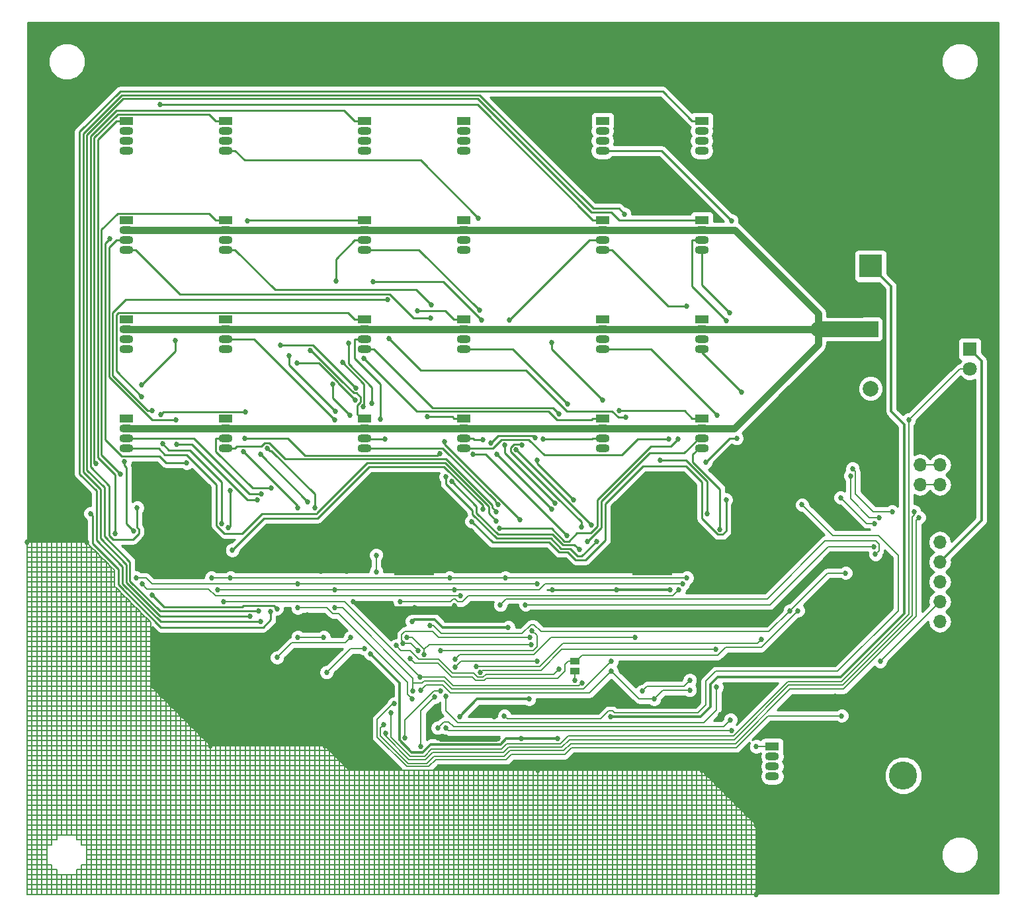
<source format=gbr>
G04 #@! TF.FileFunction,Copper,L2,Bot,Signal*
%FSLAX46Y46*%
G04 Gerber Fmt 4.6, Leading zero omitted, Abs format (unit mm)*
G04 Created by KiCad (PCBNEW 4.0.7) date Thursday, March 08, 2018 'PMt' 06:34:28 PM*
%MOMM*%
%LPD*%
G01*
G04 APERTURE LIST*
%ADD10C,0.100000*%
%ADD11C,3.000000*%
%ADD12R,3.000000X3.000000*%
%ADD13R,2.000000X2.000000*%
%ADD14C,2.000000*%
%ADD15R,1.800000X1.070000*%
%ADD16O,1.800000X1.070000*%
%ADD17R,5.200000X11.000000*%
%ADD18C,1.330000*%
%ADD19R,1.800000X1.800000*%
%ADD20C,1.800000*%
%ADD21C,3.600000*%
%ADD22R,1.700000X1.700000*%
%ADD23O,1.700000X1.700000*%
%ADD24R,1.270000X0.970000*%
%ADD25C,0.685800*%
%ADD26C,0.300000*%
%ADD27C,0.152400*%
%ADD28C,0.250000*%
%ADD29C,0.200000*%
%ADD30C,2.000000*%
%ADD31C,0.960000*%
%ADD32C,0.254000*%
G04 APERTURE END LIST*
D10*
D11*
X203200000Y-45085000D03*
D12*
X203200000Y-65575000D03*
D13*
X203200000Y-73660000D03*
D14*
X203200000Y-81260000D03*
D15*
X181610000Y-85090000D03*
D16*
X181610000Y-86360000D03*
X181610000Y-87630000D03*
X181610000Y-88900000D03*
D15*
X181610000Y-72390000D03*
D16*
X181610000Y-73660000D03*
X181610000Y-74930000D03*
X181610000Y-76200000D03*
D15*
X181610000Y-59690000D03*
D16*
X181610000Y-60960000D03*
X181610000Y-62230000D03*
X181610000Y-63500000D03*
D15*
X181610000Y-46990000D03*
D16*
X181610000Y-48260000D03*
X181610000Y-49530000D03*
X181610000Y-50800000D03*
D15*
X168910000Y-85090000D03*
D16*
X168910000Y-86360000D03*
X168910000Y-87630000D03*
X168910000Y-88900000D03*
D15*
X168910000Y-72390000D03*
D16*
X168910000Y-73660000D03*
X168910000Y-74930000D03*
X168910000Y-76200000D03*
D15*
X168910000Y-59690000D03*
D16*
X168910000Y-60960000D03*
X168910000Y-62230000D03*
X168910000Y-63500000D03*
D15*
X168910000Y-46990000D03*
D16*
X168910000Y-48260000D03*
X168910000Y-49530000D03*
X168910000Y-50800000D03*
D15*
X151130000Y-85090000D03*
D16*
X151130000Y-86360000D03*
X151130000Y-87630000D03*
X151130000Y-88900000D03*
D15*
X151130000Y-72390000D03*
D16*
X151130000Y-73660000D03*
X151130000Y-74930000D03*
X151130000Y-76200000D03*
D15*
X151130000Y-59690000D03*
D16*
X151130000Y-60960000D03*
X151130000Y-62230000D03*
X151130000Y-63500000D03*
D15*
X151130000Y-46990000D03*
D16*
X151130000Y-48260000D03*
X151130000Y-49530000D03*
X151130000Y-50800000D03*
D15*
X138430000Y-85090000D03*
D16*
X138430000Y-86360000D03*
X138430000Y-87630000D03*
X138430000Y-88900000D03*
D15*
X138430000Y-72390000D03*
D16*
X138430000Y-73660000D03*
X138430000Y-74930000D03*
X138430000Y-76200000D03*
D15*
X138430000Y-59690000D03*
D16*
X138430000Y-60960000D03*
X138430000Y-62230000D03*
X138430000Y-63500000D03*
D15*
X138430000Y-46990000D03*
D16*
X138430000Y-48260000D03*
X138430000Y-49530000D03*
X138430000Y-50800000D03*
D15*
X120650000Y-85090000D03*
D16*
X120650000Y-86360000D03*
X120650000Y-87630000D03*
X120650000Y-88900000D03*
D15*
X120650000Y-72390000D03*
D16*
X120650000Y-73660000D03*
X120650000Y-74930000D03*
X120650000Y-76200000D03*
D15*
X120650000Y-59690000D03*
D16*
X120650000Y-60960000D03*
X120650000Y-62230000D03*
X120650000Y-63500000D03*
D15*
X120650000Y-46990000D03*
D16*
X120650000Y-48260000D03*
X120650000Y-49530000D03*
X120650000Y-50800000D03*
D15*
X107950000Y-85090000D03*
D16*
X107950000Y-86360000D03*
X107950000Y-87630000D03*
X107950000Y-88900000D03*
D15*
X107950000Y-72390000D03*
D16*
X107950000Y-73660000D03*
X107950000Y-74930000D03*
X107950000Y-76200000D03*
D15*
X107950000Y-59690000D03*
D16*
X107950000Y-60960000D03*
X107950000Y-62230000D03*
X107950000Y-63500000D03*
D15*
X107950000Y-46990000D03*
D16*
X107950000Y-48260000D03*
X107950000Y-49530000D03*
X107950000Y-50800000D03*
D17*
X114268000Y-99646200D03*
D18*
X116218000Y-104196200D03*
X116218000Y-102896200D03*
X116218000Y-101596200D03*
X116218000Y-100296200D03*
X116218000Y-98996200D03*
X116218000Y-97696200D03*
X116218000Y-96396200D03*
X116218000Y-95096200D03*
X114918000Y-104196200D03*
X114918000Y-102896200D03*
X114918000Y-101596200D03*
X114918000Y-100296200D03*
X114918000Y-98996200D03*
X114918000Y-97696200D03*
X114918000Y-96396200D03*
X114918000Y-95096200D03*
X113618000Y-104196200D03*
X113618000Y-102896200D03*
X113618000Y-101596200D03*
X113618000Y-100296200D03*
X113618000Y-98996200D03*
X113618000Y-97696200D03*
X113618000Y-96396200D03*
X113618000Y-95096200D03*
X112318000Y-104196200D03*
X112318000Y-102896200D03*
X112318000Y-101596200D03*
X112318000Y-100296200D03*
X112318000Y-98996200D03*
X112318000Y-97696200D03*
X112318000Y-96396200D03*
X112318000Y-95096200D03*
D17*
X144748000Y-99646200D03*
D18*
X146698000Y-104196200D03*
X146698000Y-102896200D03*
X146698000Y-101596200D03*
X146698000Y-100296200D03*
X146698000Y-98996200D03*
X146698000Y-97696200D03*
X146698000Y-96396200D03*
X146698000Y-95096200D03*
X145398000Y-104196200D03*
X145398000Y-102896200D03*
X145398000Y-101596200D03*
X145398000Y-100296200D03*
X145398000Y-98996200D03*
X145398000Y-97696200D03*
X145398000Y-96396200D03*
X145398000Y-95096200D03*
X144098000Y-104196200D03*
X144098000Y-102896200D03*
X144098000Y-101596200D03*
X144098000Y-100296200D03*
X144098000Y-98996200D03*
X144098000Y-97696200D03*
X144098000Y-96396200D03*
X144098000Y-95096200D03*
X142798000Y-104196200D03*
X142798000Y-102896200D03*
X142798000Y-101596200D03*
X142798000Y-100296200D03*
X142798000Y-98996200D03*
X142798000Y-97696200D03*
X142798000Y-96396200D03*
X142798000Y-95096200D03*
D17*
X175228000Y-99646200D03*
D18*
X177178000Y-104196200D03*
X177178000Y-102896200D03*
X177178000Y-101596200D03*
X177178000Y-100296200D03*
X177178000Y-98996200D03*
X177178000Y-97696200D03*
X177178000Y-96396200D03*
X177178000Y-95096200D03*
X175878000Y-104196200D03*
X175878000Y-102896200D03*
X175878000Y-101596200D03*
X175878000Y-100296200D03*
X175878000Y-98996200D03*
X175878000Y-97696200D03*
X175878000Y-96396200D03*
X175878000Y-95096200D03*
X174578000Y-104196200D03*
X174578000Y-102896200D03*
X174578000Y-101596200D03*
X174578000Y-100296200D03*
X174578000Y-98996200D03*
X174578000Y-97696200D03*
X174578000Y-96396200D03*
X174578000Y-95096200D03*
X173278000Y-104196200D03*
X173278000Y-102896200D03*
X173278000Y-101596200D03*
X173278000Y-100296200D03*
X173278000Y-98996200D03*
X173278000Y-97696200D03*
X173278000Y-96396200D03*
X173278000Y-95096200D03*
D19*
X215900000Y-76200000D03*
D20*
X215900000Y-78740000D03*
D15*
X190610000Y-127100000D03*
D16*
X190610000Y-128370000D03*
X190610000Y-129640000D03*
X190610000Y-130910000D03*
D21*
X207391000Y-130810000D03*
X213391000Y-130810000D03*
X210391000Y-126110000D03*
D22*
X212073000Y-98398200D03*
D23*
X212073000Y-100938200D03*
X212073000Y-103478200D03*
X212073000Y-106018200D03*
X212073000Y-108558200D03*
X212073000Y-111098200D03*
D22*
X209533000Y-88492200D03*
D23*
X212073000Y-88492200D03*
X209533000Y-91032200D03*
X212073000Y-91032200D03*
X209533000Y-93572200D03*
X212073000Y-93572200D03*
D24*
X165354000Y-116205000D03*
X165354000Y-117485000D03*
D25*
X216408000Y-83820000D03*
X205994000Y-95504000D03*
X155067000Y-123317000D03*
X133350000Y-127000000D03*
X160655000Y-130175000D03*
X118745000Y-127000000D03*
X102870000Y-100965000D03*
X95250000Y-100965000D03*
X188595000Y-146050000D03*
X188595000Y-137160000D03*
X181610000Y-130175000D03*
X155558200Y-126084200D03*
X147828000Y-125957000D03*
X128380200Y-102208200D03*
X197612000Y-103632000D03*
X122665200Y-116559200D03*
X162482000Y-107061000D03*
X170671200Y-107034200D03*
X177529200Y-107034200D03*
X149970200Y-109066200D03*
X184006200Y-123036200D03*
X117585200Y-115924200D03*
X131174000Y-110238000D03*
X198738200Y-120623200D03*
X197595200Y-124687200D03*
X197595200Y-121893200D03*
X137016000Y-108558000D03*
X144890000Y-109320000D03*
X113582000Y-116757000D03*
X132825200Y-104621200D03*
X196960200Y-113511200D03*
X115934200Y-113003200D03*
X166607200Y-104494200D03*
X136127200Y-104621200D03*
X158496000Y-126084200D03*
X169926000Y-123317000D03*
X139177100Y-115204500D03*
X163178200Y-126084200D03*
X159512000Y-121031000D03*
X150605200Y-123290200D03*
X144517000Y-111074000D03*
X156828200Y-111860200D03*
X121522200Y-101954200D03*
X153570200Y-96738800D03*
X171017400Y-84113500D03*
X166984100Y-100833800D03*
X183944464Y-99292656D03*
X171687200Y-58901200D03*
X123808200Y-110460190D03*
X178545200Y-87730200D03*
X155685200Y-99160200D03*
X186738010Y-81749800D03*
X124932600Y-109749000D03*
X152129200Y-98271200D03*
X184709100Y-95501800D03*
X184731200Y-72547100D03*
X185168200Y-71571400D03*
X125126900Y-111128100D03*
X121029400Y-99082000D03*
X121230400Y-94371600D03*
X138373000Y-77417300D03*
X161298900Y-87761300D03*
X182277910Y-97286066D03*
X176259200Y-90397200D03*
X120175800Y-98543900D03*
X112597500Y-88323400D03*
X111294600Y-84059000D03*
X141397600Y-69845000D03*
X183576500Y-84656800D03*
X103361200Y-97255200D03*
X126441737Y-109836945D03*
X112290700Y-44898200D03*
X156945500Y-72517400D03*
X179641500Y-70672400D03*
X111235200Y-107669200D03*
X127237200Y-109447200D03*
X154590500Y-88234300D03*
X160283300Y-87538600D03*
X182118000Y-90678000D03*
X186070100Y-87630000D03*
X185403200Y-59790200D03*
X146484100Y-84883100D03*
X153630100Y-87807500D03*
X177402200Y-87730200D03*
X145183700Y-71286700D03*
X164444900Y-83237200D03*
X168923600Y-82710400D03*
X162393500Y-75381900D03*
X115680200Y-90778200D03*
X105846200Y-62092300D03*
X139407300Y-83131000D03*
X136405900Y-75419100D03*
X171923100Y-84962600D03*
X141555500Y-74853700D03*
X131500300Y-76361300D03*
X141080200Y-87730200D03*
X155519200Y-96143700D03*
X109896100Y-82276000D03*
X140507600Y-85154300D03*
X160561095Y-90474334D03*
X165210200Y-95477200D03*
X163370500Y-84539800D03*
X112324200Y-84623400D03*
X123202600Y-84237700D03*
X123444200Y-59767200D03*
X136553600Y-84685500D03*
X134386500Y-80721600D03*
X134765400Y-67531700D03*
X162814900Y-95916100D03*
X153134300Y-71218800D03*
X156378600Y-88515500D03*
X109329900Y-96530200D03*
X135607000Y-77934000D03*
X138278000Y-83610700D03*
X162433000Y-96729200D03*
X155376400Y-89672600D03*
X153454700Y-72522800D03*
X139517800Y-67584800D03*
X126489300Y-94027900D03*
X155321000Y-97022700D03*
X109880300Y-80747300D03*
X114189200Y-75107500D03*
X134650800Y-85280800D03*
X158369000Y-98038800D03*
X148712900Y-88043700D03*
X137257200Y-82703300D03*
X129811700Y-77998700D03*
X107171200Y-92175200D03*
X131191000Y-95763800D03*
X125138000Y-89710800D03*
X167492500Y-98712900D03*
X146952900Y-70517200D03*
X157864500Y-89084900D03*
X104062600Y-90900200D03*
X132063200Y-96493200D03*
X125967000Y-88875800D03*
X166182400Y-98994000D03*
X153014700Y-59407200D03*
X158571500Y-88459200D03*
X108848400Y-99508000D03*
X107730484Y-90639416D03*
X125205200Y-94715200D03*
X155305800Y-98219500D03*
X129904200Y-96493200D03*
X122962400Y-89328600D03*
X148076240Y-89567910D03*
X148827200Y-92556200D03*
X168117300Y-100851200D03*
X123121900Y-87661500D03*
X114410200Y-88365200D03*
X124697200Y-95477200D03*
X114321700Y-85242800D03*
X164321200Y-100049200D03*
X146898000Y-72227900D03*
X152340000Y-89684500D03*
X106515900Y-99822000D03*
X134739200Y-84185800D03*
X128800100Y-77021600D03*
X165955000Y-101906100D03*
X149582000Y-93186800D03*
X137342000Y-81167600D03*
X127657200Y-75674600D03*
X183388000Y-114681000D03*
X153289000Y-117595263D03*
X204453200Y-116178200D03*
X192896000Y-109701000D03*
X200008000Y-104875000D03*
X146795000Y-111606000D03*
X189230000Y-113411000D03*
X152752167Y-116890654D03*
X194437000Y-96139000D03*
X156337000Y-123190000D03*
X185276000Y-123671000D03*
X147828000Y-124714000D03*
X148844000Y-120650000D03*
X183498000Y-119480000D03*
X209406200Y-97763200D03*
X204326200Y-97763200D03*
X140886800Y-124318700D03*
X200635290Y-92429200D03*
X199373200Y-95223200D03*
X203691200Y-98525200D03*
X142259500Y-121603400D03*
X199500200Y-123163200D03*
X208771200Y-97001200D03*
X205977200Y-97001200D03*
X200897200Y-91540200D03*
X141121600Y-125362700D03*
X150732000Y-107796000D03*
X109965000Y-106272000D03*
X178672000Y-107034000D03*
X142985000Y-108558000D03*
X139937000Y-104748000D03*
X139937000Y-102589000D03*
X208097899Y-85272101D03*
X141800900Y-122813800D03*
X143620000Y-125957000D03*
X148192000Y-119988000D03*
X148844000Y-124714000D03*
X185396189Y-125067401D03*
X188578200Y-127100200D03*
X193912000Y-109701000D03*
X144255200Y-115797200D03*
X138430000Y-114554000D03*
X133604000Y-117602000D03*
X142494000Y-114173000D03*
X163322000Y-117221000D03*
X203606600Y-101501900D03*
X159048300Y-108948700D03*
X155806900Y-108972200D03*
X203828000Y-102486400D03*
X145652000Y-127100000D03*
X147430000Y-120750000D03*
X127254000Y-115697000D03*
X136635000Y-113130000D03*
X146050000Y-115308090D03*
X159766000Y-114046000D03*
X143849098Y-113130000D03*
X145277893Y-114818107D03*
X159639000Y-113130000D03*
X143383000Y-113892000D03*
X129904000Y-113130000D03*
X133206000Y-113130000D03*
X156464000Y-105510000D03*
X121268000Y-105510000D03*
X149327000Y-105510000D03*
X118855000Y-105510000D03*
X179688000Y-105510000D03*
X149994910Y-116967000D03*
X160528000Y-116205000D03*
X144526000Y-121018098D03*
X129904000Y-109320000D03*
X109203000Y-105510000D03*
X129904000Y-106272000D03*
X160511000Y-106272000D03*
X170053000Y-116205000D03*
X144653000Y-120015000D03*
X134603000Y-107034000D03*
X134603000Y-109320000D03*
X119617000Y-107034000D03*
X149970000Y-107034000D03*
X179180000Y-106272000D03*
X180086000Y-119888000D03*
X175514000Y-121031000D03*
X170053000Y-117475000D03*
X145669000Y-119888000D03*
X173990000Y-120015000D03*
X166250910Y-118999000D03*
X180086000Y-118618000D03*
X145552000Y-118237000D03*
X120379000Y-108558000D03*
X173101000Y-113157000D03*
X149994910Y-115951000D03*
X159893000Y-112268000D03*
X148209000Y-114808000D03*
X165354000Y-118618000D03*
D26*
X212073000Y-88492200D02*
X216408000Y-84157200D01*
X216408000Y-84157200D02*
X216408000Y-83820000D01*
X212073000Y-88492200D02*
X209533000Y-88492200D01*
D27*
X187960000Y-146050000D02*
X187325000Y-146050000D01*
X188595000Y-146050000D02*
X187960000Y-146050000D01*
X187960000Y-146050000D02*
X187960000Y-136525000D01*
X187325000Y-146050000D02*
X186690000Y-146050000D01*
X187325000Y-146050000D02*
X187325000Y-135890000D01*
X186690000Y-146050000D02*
X186055000Y-146050000D01*
X186690000Y-146050000D02*
X186690000Y-135255000D01*
X186055000Y-146050000D02*
X185420000Y-146050000D01*
X186055000Y-146050000D02*
X186055000Y-134620000D01*
X185420000Y-146050000D02*
X184785000Y-146050000D01*
X185420000Y-146050000D02*
X185420000Y-133985000D01*
X184785000Y-146050000D02*
X184150000Y-146050000D01*
X184785000Y-146050000D02*
X184785000Y-133350000D01*
X184150000Y-146050000D02*
X183515000Y-146050000D01*
X184150000Y-146050000D02*
X184150000Y-132715000D01*
X183515000Y-146050000D02*
X182880000Y-146050000D01*
X183515000Y-146050000D02*
X183515000Y-132080000D01*
X182880000Y-146050000D02*
X182245000Y-146050000D01*
X182880000Y-146050000D02*
X182880000Y-131445000D01*
X182245000Y-146050000D02*
X181610000Y-146050000D01*
X182245000Y-146050000D02*
X182245000Y-130810000D01*
X181610000Y-146050000D02*
X180975000Y-146050000D01*
X181610000Y-146050000D02*
X181610000Y-130175000D01*
X180975000Y-146050000D02*
X180340000Y-146050000D01*
X181610000Y-130175000D02*
X180975000Y-130175000D01*
X180975000Y-130175000D02*
X180340000Y-130175000D01*
X180975000Y-146050000D02*
X180975000Y-130175000D01*
X180340000Y-130175000D02*
X179705000Y-130175000D01*
X180340000Y-146050000D02*
X179705000Y-146050000D01*
X180340000Y-130175000D02*
X180340000Y-146050000D01*
X179705000Y-146050000D02*
X179070000Y-146050000D01*
X179705000Y-146050000D02*
X179705000Y-130175000D01*
X179705000Y-130175000D02*
X179070000Y-130175000D01*
X179070000Y-130175000D02*
X178435000Y-130175000D01*
X179070000Y-130175000D02*
X179070000Y-146050000D01*
X179070000Y-146050000D02*
X178435000Y-146050000D01*
X178435000Y-146050000D02*
X177800000Y-146050000D01*
X178435000Y-130175000D02*
X177800000Y-130175000D01*
X178435000Y-146050000D02*
X178435000Y-130175000D01*
X177800000Y-130175000D02*
X177165000Y-130175000D01*
X177800000Y-130175000D02*
X177800000Y-146050000D01*
X177800000Y-146050000D02*
X177165000Y-146050000D01*
X177165000Y-146050000D02*
X176530000Y-146050000D01*
X177165000Y-146050000D02*
X177165000Y-130175000D01*
X177165000Y-130175000D02*
X176530000Y-130175000D01*
X176530000Y-130175000D02*
X175895000Y-130175000D01*
X176530000Y-130175000D02*
X176530000Y-146050000D01*
X176530000Y-146050000D02*
X175895000Y-146050000D01*
X175895000Y-146050000D02*
X175260000Y-146050000D01*
X175895000Y-146050000D02*
X175895000Y-130175000D01*
X175895000Y-130175000D02*
X175260000Y-130175000D01*
X175260000Y-130175000D02*
X174625000Y-130175000D01*
X175260000Y-146050000D02*
X174625000Y-146050000D01*
X175260000Y-130175000D02*
X175260000Y-146050000D01*
X174625000Y-146050000D02*
X173990000Y-146050000D01*
X174625000Y-130175000D02*
X173990000Y-130175000D01*
X174625000Y-146050000D02*
X174625000Y-130175000D01*
X173990000Y-130175000D02*
X173355000Y-130175000D01*
X173990000Y-146050000D02*
X173355000Y-146050000D01*
X173990000Y-130175000D02*
X173990000Y-146050000D01*
X173355000Y-146050000D02*
X172720000Y-146050000D01*
X173355000Y-146050000D02*
X173355000Y-130175000D01*
X173355000Y-130175000D02*
X172720000Y-130175000D01*
X172720000Y-130175000D02*
X172085000Y-130175000D01*
X172720000Y-146050000D02*
X172085000Y-146050000D01*
X172720000Y-130175000D02*
X172720000Y-146050000D01*
X172085000Y-146050000D02*
X171450000Y-146050000D01*
X172085000Y-146050000D02*
X172085000Y-130175000D01*
X172085000Y-130175000D02*
X171450000Y-130175000D01*
X171450000Y-130175000D02*
X170815000Y-130175000D01*
X171450000Y-130175000D02*
X171450000Y-146050000D01*
X171450000Y-146050000D02*
X170815000Y-146050000D01*
X170815000Y-146050000D02*
X170180000Y-146050000D01*
X170815000Y-130175000D02*
X170180000Y-130175000D01*
X170815000Y-146050000D02*
X170815000Y-130175000D01*
X170180000Y-130175000D02*
X169545000Y-130175000D01*
X170180000Y-146050000D02*
X169545000Y-146050000D01*
X170180000Y-130175000D02*
X170180000Y-146050000D01*
X169545000Y-146050000D02*
X168910000Y-146050000D01*
X169545000Y-130175000D02*
X168910000Y-130175000D01*
X169545000Y-146050000D02*
X169545000Y-130175000D01*
X168910000Y-130175000D02*
X168275000Y-130175000D01*
X168910000Y-146050000D02*
X168275000Y-146050000D01*
X168910000Y-130175000D02*
X168910000Y-146050000D01*
X168275000Y-146050000D02*
X167640000Y-146050000D01*
X168275000Y-130175000D02*
X167640000Y-130175000D01*
X168275000Y-146050000D02*
X168275000Y-130175000D01*
X167640000Y-130175000D02*
X167005000Y-130175000D01*
X167640000Y-146050000D02*
X167005000Y-146050000D01*
X167640000Y-130175000D02*
X167640000Y-146050000D01*
X167005000Y-130175000D02*
X166370000Y-130175000D01*
X167005000Y-146050000D02*
X166370000Y-146050000D01*
X167005000Y-130175000D02*
X167005000Y-146050000D01*
X166370000Y-146050000D02*
X165735000Y-146050000D01*
X166370000Y-130175000D02*
X165735000Y-130175000D01*
X166370000Y-146050000D02*
X166370000Y-130175000D01*
X165735000Y-130175000D02*
X165100000Y-130175000D01*
X165735000Y-146050000D02*
X165100000Y-146050000D01*
X165735000Y-130175000D02*
X165735000Y-146050000D01*
X165100000Y-146050000D02*
X164465000Y-146050000D01*
X165100000Y-130175000D02*
X164465000Y-130175000D01*
X165100000Y-146050000D02*
X165100000Y-130175000D01*
X164465000Y-130175000D02*
X163830000Y-130175000D01*
X164465000Y-130175000D02*
X164465000Y-146050000D01*
X164465000Y-146050000D02*
X163830000Y-146050000D01*
X163830000Y-146050000D02*
X163195000Y-146050000D01*
X163830000Y-146050000D02*
X163830000Y-130175000D01*
X163830000Y-130175000D02*
X163195000Y-130175000D01*
X163195000Y-130175000D02*
X162560000Y-130175000D01*
X163195000Y-146050000D02*
X162560000Y-146050000D01*
X163195000Y-130175000D02*
X163195000Y-146050000D01*
X162560000Y-146050000D02*
X161925000Y-146050000D01*
X162560000Y-130175000D02*
X161925000Y-130175000D01*
X162560000Y-146050000D02*
X162560000Y-130175000D01*
X161925000Y-130175000D02*
X161290000Y-130175000D01*
X161925000Y-130175000D02*
X161925000Y-146050000D01*
X161925000Y-146050000D02*
X161290000Y-146050000D01*
X161290000Y-146050000D02*
X160655000Y-146050000D01*
X161290000Y-130175000D02*
X160655000Y-130175000D01*
X161290000Y-146050000D02*
X161290000Y-130175000D01*
X160655000Y-130175000D02*
X160020000Y-130175000D01*
X160655000Y-146050000D02*
X160020000Y-146050000D01*
X160655000Y-130175000D02*
X160655000Y-146050000D01*
X160020000Y-146050000D02*
X159385000Y-146050000D01*
X160020000Y-146050000D02*
X160020000Y-130175000D01*
X160020000Y-130175000D02*
X159385000Y-130175000D01*
X159385000Y-130175000D02*
X158750000Y-130175000D01*
X159385000Y-146050000D02*
X158750000Y-146050000D01*
X159385000Y-130175000D02*
X159385000Y-146050000D01*
X158750000Y-146050000D02*
X158115000Y-146050000D01*
X158750000Y-146050000D02*
X158750000Y-130175000D01*
X158750000Y-130175000D02*
X158115000Y-130175000D01*
X158115000Y-130175000D02*
X157480000Y-130175000D01*
X158115000Y-146050000D02*
X157480000Y-146050000D01*
X158115000Y-130175000D02*
X158115000Y-146050000D01*
X157480000Y-146050000D02*
X156845000Y-146050000D01*
X157480000Y-146050000D02*
X157480000Y-130175000D01*
X157480000Y-130175000D02*
X156845000Y-130175000D01*
X156845000Y-130175000D02*
X156210000Y-130175000D01*
X156845000Y-146050000D02*
X156210000Y-146050000D01*
X156845000Y-130175000D02*
X156845000Y-146050000D01*
X156210000Y-146050000D02*
X155575000Y-146050000D01*
X156210000Y-130175000D02*
X155575000Y-130175000D01*
X156210000Y-146050000D02*
X156210000Y-130175000D01*
X155575000Y-130175000D02*
X154940000Y-130175000D01*
X155575000Y-130175000D02*
X155575000Y-146050000D01*
X155575000Y-146050000D02*
X154940000Y-146050000D01*
X154940000Y-146050000D02*
X154305000Y-146050000D01*
X154940000Y-130175000D02*
X154305000Y-130175000D01*
X154940000Y-146050000D02*
X154940000Y-130175000D01*
X154305000Y-130175000D02*
X153670000Y-130175000D01*
X154305000Y-146050000D02*
X153670000Y-146050000D01*
X154305000Y-130175000D02*
X154305000Y-146050000D01*
X153670000Y-146050000D02*
X153035000Y-146050000D01*
X153670000Y-130175000D02*
X153035000Y-130175000D01*
X153670000Y-146050000D02*
X153670000Y-130175000D01*
X153035000Y-130175000D02*
X152400000Y-130175000D01*
X153035000Y-130175000D02*
X153035000Y-146050000D01*
X153035000Y-146050000D02*
X152400000Y-146050000D01*
X152400000Y-146050000D02*
X151765000Y-146050000D01*
X152400000Y-130175000D02*
X151765000Y-130175000D01*
X152400000Y-146050000D02*
X152400000Y-130175000D01*
X151765000Y-130175000D02*
X151130000Y-130175000D01*
X151765000Y-146050000D02*
X151130000Y-146050000D01*
X151765000Y-130175000D02*
X151765000Y-146050000D01*
X151130000Y-146050000D02*
X150495000Y-146050000D01*
X151130000Y-130175000D02*
X150495000Y-130175000D01*
X151130000Y-146050000D02*
X151130000Y-130175000D01*
X150495000Y-130175000D02*
X149860000Y-130175000D01*
X150495000Y-130175000D02*
X150495000Y-146050000D01*
X150495000Y-146050000D02*
X149860000Y-146050000D01*
X149860000Y-146050000D02*
X149225000Y-146050000D01*
X149860000Y-130175000D02*
X149225000Y-130175000D01*
X149860000Y-146050000D02*
X149860000Y-130175000D01*
X149225000Y-130175000D02*
X148590000Y-130175000D01*
X149225000Y-130175000D02*
X149225000Y-146050000D01*
X149225000Y-146050000D02*
X148590000Y-146050000D01*
X148590000Y-146050000D02*
X147955000Y-146050000D01*
X148590000Y-146050000D02*
X148590000Y-130175000D01*
X148590000Y-130175000D02*
X147955000Y-130175000D01*
X147955000Y-130175000D02*
X147320000Y-130175000D01*
X147955000Y-146050000D02*
X147320000Y-146050000D01*
X147955000Y-130175000D02*
X147955000Y-146050000D01*
X147320000Y-146050000D02*
X146685000Y-146050000D01*
X147320000Y-130175000D02*
X146685000Y-130175000D01*
X147320000Y-146050000D02*
X147320000Y-130175000D01*
X146685000Y-130175000D02*
X146050000Y-130175000D01*
X146685000Y-146050000D02*
X146050000Y-146050000D01*
X146685000Y-130175000D02*
X146685000Y-146050000D01*
X146050000Y-146050000D02*
X145415000Y-146050000D01*
X146050000Y-130175000D02*
X145415000Y-130175000D01*
X146050000Y-146050000D02*
X146050000Y-130175000D01*
X145415000Y-146050000D02*
X144780000Y-146050000D01*
X145415000Y-130175000D02*
X144780000Y-130175000D01*
X145415000Y-146050000D02*
X145415000Y-130175000D01*
X144780000Y-130175000D02*
X144145000Y-130175000D01*
X144780000Y-146050000D02*
X144145000Y-146050000D01*
X144780000Y-130175000D02*
X144780000Y-146050000D01*
X144145000Y-146050000D02*
X143510000Y-146050000D01*
X144145000Y-130175000D02*
X143510000Y-130175000D01*
X144145000Y-146050000D02*
X144145000Y-130175000D01*
X143510000Y-130175000D02*
X142875000Y-130175000D01*
X143510000Y-146050000D02*
X142875000Y-146050000D01*
X143510000Y-130175000D02*
X143510000Y-146050000D01*
X142875000Y-146050000D02*
X142240000Y-146050000D01*
X142875000Y-130175000D02*
X142240000Y-130175000D01*
X142875000Y-146050000D02*
X142875000Y-130175000D01*
X142240000Y-130175000D02*
X141605000Y-130175000D01*
X142240000Y-130175000D02*
X142240000Y-146050000D01*
X142240000Y-146050000D02*
X141605000Y-146050000D01*
X141605000Y-146050000D02*
X140970000Y-146050000D01*
X141605000Y-130175000D02*
X140970000Y-130175000D01*
X141605000Y-146050000D02*
X141605000Y-130175000D01*
X140970000Y-130175000D02*
X140335000Y-130175000D01*
X140970000Y-146050000D02*
X140335000Y-146050000D01*
X140970000Y-130175000D02*
X140970000Y-146050000D01*
X140335000Y-146050000D02*
X139700000Y-146050000D01*
X140335000Y-130175000D02*
X139700000Y-130175000D01*
X140335000Y-146050000D02*
X140335000Y-130175000D01*
X139700000Y-130175000D02*
X139065000Y-130175000D01*
X139700000Y-146050000D02*
X139065000Y-146050000D01*
X139700000Y-130175000D02*
X139700000Y-146050000D01*
X139065000Y-146050000D02*
X138430000Y-146050000D01*
X139065000Y-130175000D02*
X138430000Y-130175000D01*
X139065000Y-146050000D02*
X139065000Y-130175000D01*
X138430000Y-130175000D02*
X137795000Y-130175000D01*
X138430000Y-130175000D02*
X138430000Y-146050000D01*
X138430000Y-146050000D02*
X137795000Y-146050000D01*
X137795000Y-146050000D02*
X137160000Y-146050000D01*
X137795000Y-130175000D02*
X137160000Y-130175000D01*
X137795000Y-146050000D02*
X137795000Y-130175000D01*
X137160000Y-130175000D02*
X136525000Y-130175000D01*
X137160000Y-146050000D02*
X136525000Y-146050000D01*
X137160000Y-130175000D02*
X137160000Y-146050000D01*
X136525000Y-146050000D02*
X135890000Y-146050000D01*
X136525000Y-146050000D02*
X136525000Y-130175000D01*
X135890000Y-146050000D02*
X135255000Y-146050000D01*
X135890000Y-129540000D02*
X135890000Y-146050000D01*
X135255000Y-146050000D02*
X134620000Y-146050000D01*
X135255000Y-146050000D02*
X135255000Y-128905000D01*
X134620000Y-146050000D02*
X133985000Y-146050000D01*
X134620000Y-128270000D02*
X134620000Y-146050000D01*
X133985000Y-146050000D02*
X133350000Y-146050000D01*
X133985000Y-146050000D02*
X133985000Y-127635000D01*
X133350000Y-146050000D02*
X132715000Y-146050000D01*
X133350000Y-127000000D02*
X133350000Y-146050000D01*
X132715000Y-146050000D02*
X132080000Y-146050000D01*
X132715000Y-127000000D02*
X132080000Y-127000000D01*
X133350000Y-127000000D02*
X132715000Y-127000000D01*
X132715000Y-146050000D02*
X132715000Y-127000000D01*
X132080000Y-127000000D02*
X131445000Y-127000000D01*
X132080000Y-146050000D02*
X131445000Y-146050000D01*
X132080000Y-127000000D02*
X132080000Y-146050000D01*
X131445000Y-146050000D02*
X130810000Y-146050000D01*
X131445000Y-127000000D02*
X130810000Y-127000000D01*
X131445000Y-146050000D02*
X131445000Y-127000000D01*
X130810000Y-127000000D02*
X130175000Y-127000000D01*
X130810000Y-146050000D02*
X130175000Y-146050000D01*
X130810000Y-127000000D02*
X130810000Y-146050000D01*
X130175000Y-146050000D02*
X129540000Y-146050000D01*
X130175000Y-127000000D02*
X129540000Y-127000000D01*
X130175000Y-146050000D02*
X130175000Y-127000000D01*
X129540000Y-146050000D02*
X128905000Y-146050000D01*
X129540000Y-127000000D02*
X128905000Y-127000000D01*
X129540000Y-146050000D02*
X129540000Y-127000000D01*
X128905000Y-127000000D02*
X128270000Y-127000000D01*
X128905000Y-146050000D02*
X128270000Y-146050000D01*
X128905000Y-127000000D02*
X128905000Y-146050000D01*
X128270000Y-146050000D02*
X127635000Y-146050000D01*
X128270000Y-127000000D02*
X127635000Y-127000000D01*
X128270000Y-146050000D02*
X128270000Y-127000000D01*
X127635000Y-127000000D02*
X127000000Y-127000000D01*
X127635000Y-146050000D02*
X127000000Y-146050000D01*
X127635000Y-127000000D02*
X127635000Y-146050000D01*
X127000000Y-146050000D02*
X126365000Y-146050000D01*
X127000000Y-127000000D02*
X126365000Y-127000000D01*
X127000000Y-146050000D02*
X127000000Y-127000000D01*
X126365000Y-127000000D02*
X125730000Y-127000000D01*
X126365000Y-146050000D02*
X125730000Y-146050000D01*
X126365000Y-127000000D02*
X126365000Y-146050000D01*
X125730000Y-146050000D02*
X125095000Y-146050000D01*
X125730000Y-146050000D02*
X125730000Y-127000000D01*
X125730000Y-127000000D02*
X125095000Y-127000000D01*
X125095000Y-127000000D02*
X124460000Y-127000000D01*
X125095000Y-146050000D02*
X124460000Y-146050000D01*
X125095000Y-127000000D02*
X125095000Y-146050000D01*
X124460000Y-146050000D02*
X123825000Y-146050000D01*
X124460000Y-127000000D02*
X123825000Y-127000000D01*
X124460000Y-146050000D02*
X124460000Y-127000000D01*
X123825000Y-127000000D02*
X123190000Y-127000000D01*
X123825000Y-127000000D02*
X123825000Y-146050000D01*
X123825000Y-146050000D02*
X123190000Y-146050000D01*
X123190000Y-146050000D02*
X122555000Y-146050000D01*
X123190000Y-127000000D02*
X122555000Y-127000000D01*
X123190000Y-146050000D02*
X123190000Y-127000000D01*
X122555000Y-127000000D02*
X121920000Y-127000000D01*
X122555000Y-146050000D02*
X121920000Y-146050000D01*
X122555000Y-127000000D02*
X122555000Y-146050000D01*
X121920000Y-146050000D02*
X121285000Y-146050000D01*
X121920000Y-127000000D02*
X121285000Y-127000000D01*
X121920000Y-146050000D02*
X121920000Y-127000000D01*
X121285000Y-127000000D02*
X120650000Y-127000000D01*
X121285000Y-146050000D02*
X120650000Y-146050000D01*
X121285000Y-127000000D02*
X121285000Y-146050000D01*
X120650000Y-146050000D02*
X120015000Y-146050000D01*
X120650000Y-127000000D02*
X120015000Y-127000000D01*
X120650000Y-146050000D02*
X120650000Y-127000000D01*
X120015000Y-127000000D02*
X119380000Y-127000000D01*
X120015000Y-146050000D02*
X119380000Y-146050000D01*
X120015000Y-127000000D02*
X120015000Y-146050000D01*
X119380000Y-146050000D02*
X118745000Y-146050000D01*
X119380000Y-146050000D02*
X119380000Y-127000000D01*
X119380000Y-127000000D02*
X118745000Y-127000000D01*
X118745000Y-146050000D02*
X118110000Y-146050000D01*
X118745000Y-127000000D02*
X118745000Y-146050000D01*
X118110000Y-146050000D02*
X117475000Y-146050000D01*
X118110000Y-146050000D02*
X118110000Y-126365000D01*
X117475000Y-146050000D02*
X116840000Y-146050000D01*
X117475000Y-146050000D02*
X117475000Y-125730000D01*
X116840000Y-146050000D02*
X116205000Y-146050000D01*
X116840000Y-146050000D02*
X116840000Y-125095000D01*
X116205000Y-146050000D02*
X115570000Y-146050000D01*
X116205000Y-146050000D02*
X116205000Y-124460000D01*
X115570000Y-146050000D02*
X114935000Y-146050000D01*
X115570000Y-146050000D02*
X115570000Y-123825000D01*
X114935000Y-146050000D02*
X114300000Y-146050000D01*
X114935000Y-146050000D02*
X114935000Y-123190000D01*
X114300000Y-146050000D02*
X113665000Y-146050000D01*
X114300000Y-146050000D02*
X114300000Y-122555000D01*
X113665000Y-146050000D02*
X113030000Y-146050000D01*
X113665000Y-146050000D02*
X113665000Y-121920000D01*
X113030000Y-146050000D02*
X112395000Y-146050000D01*
X113030000Y-146050000D02*
X113030000Y-121285000D01*
X112395000Y-146050000D02*
X111760000Y-146050000D01*
X112395000Y-146050000D02*
X112395000Y-120650000D01*
X111760000Y-146050000D02*
X111125000Y-146050000D01*
X111760000Y-146050000D02*
X111760000Y-120015000D01*
X111125000Y-146050000D02*
X110490000Y-146050000D01*
X111125000Y-119380000D02*
X111125000Y-146050000D01*
X110490000Y-146050000D02*
X109855000Y-146050000D01*
X110998000Y-111125000D02*
X110490000Y-110617000D01*
X110490000Y-110617000D02*
X110363000Y-110490000D01*
X110490000Y-146050000D02*
X110490000Y-110617000D01*
X109855000Y-146050000D02*
X109220000Y-146050000D01*
X109855000Y-146050000D02*
X109855000Y-109982000D01*
X110363000Y-110490000D02*
X109855000Y-109982000D01*
X109855000Y-109982000D02*
X109728000Y-109855000D01*
X109220000Y-146050000D02*
X108585000Y-146050000D01*
X109728000Y-109855000D02*
X109220000Y-109347000D01*
X109220000Y-109347000D02*
X109093000Y-109220000D01*
X109220000Y-146050000D02*
X109220000Y-109347000D01*
X108585000Y-146050000D02*
X107950000Y-146050000D01*
X109093000Y-109220000D02*
X108585000Y-108712000D01*
X108585000Y-146050000D02*
X108585000Y-108712000D01*
X108585000Y-108712000D02*
X108458000Y-108585000D01*
X107950000Y-146050000D02*
X107315000Y-146050000D01*
X108458000Y-108585000D02*
X107950000Y-108077000D01*
X107950000Y-108077000D02*
X107823000Y-107950000D01*
X107950000Y-146050000D02*
X107950000Y-108077000D01*
X107315000Y-146050000D02*
X106680000Y-146050000D01*
X107823000Y-107950000D02*
X107315000Y-107442000D01*
X107315000Y-107442000D02*
X107188000Y-107315000D01*
X107315000Y-146050000D02*
X107315000Y-107442000D01*
X106680000Y-146050000D02*
X106045000Y-146050000D01*
X107188000Y-107315000D02*
X106680000Y-106807000D01*
X106680000Y-106807000D02*
X106553000Y-106680000D01*
X106680000Y-146050000D02*
X106680000Y-106807000D01*
X106045000Y-146050000D02*
X105410000Y-146050000D01*
X106045000Y-146050000D02*
X106045000Y-104140000D01*
X105410000Y-146050000D02*
X104775000Y-146050000D01*
X105410000Y-103505000D02*
X105410000Y-146050000D01*
X104775000Y-146050000D02*
X104140000Y-146050000D01*
X104775000Y-146050000D02*
X104775000Y-102870000D01*
X104140000Y-146050000D02*
X103505000Y-146050000D01*
X104140000Y-102235000D02*
X104140000Y-146050000D01*
X103505000Y-146050000D02*
X102870000Y-146050000D01*
X103505000Y-146050000D02*
X103505000Y-101600000D01*
X102870000Y-140335000D02*
X102870000Y-100965000D01*
X102870000Y-140970000D02*
X102870000Y-140335000D01*
X188595000Y-139700000D02*
X188595000Y-140335000D01*
X188595000Y-140335000D02*
X188595000Y-140970000D01*
X102870000Y-140335000D02*
X188595000Y-140335000D01*
X188595000Y-140970000D02*
X188595000Y-141605000D01*
X102870000Y-141605000D02*
X102870000Y-140970000D01*
X188595000Y-140970000D02*
X102870000Y-140970000D01*
X102870000Y-146050000D02*
X102870000Y-141605000D01*
X188595000Y-141605000D02*
X188595000Y-142240000D01*
X102870000Y-141605000D02*
X188595000Y-141605000D01*
X99695000Y-100965000D02*
X100330000Y-100965000D01*
X99060000Y-100965000D02*
X99695000Y-100965000D01*
X95250000Y-138430000D02*
X99695000Y-138430000D01*
X99695000Y-138430000D02*
X100330000Y-138430000D01*
X99695000Y-100965000D02*
X99695000Y-138430000D01*
X100330000Y-138430000D02*
X100965000Y-138430000D01*
X100330000Y-138430000D02*
X100330000Y-100965000D01*
X100330000Y-100965000D02*
X100965000Y-100965000D01*
X100965000Y-100965000D02*
X101600000Y-100965000D01*
X100965000Y-138430000D02*
X188595000Y-138430000D01*
X100965000Y-100965000D02*
X100965000Y-138430000D01*
X101600000Y-100965000D02*
X102235000Y-100965000D01*
X101600000Y-139065000D02*
X101600000Y-100965000D01*
X188595000Y-139065000D02*
X188595000Y-139700000D01*
X188595000Y-138430000D02*
X188595000Y-139065000D01*
X188595000Y-139065000D02*
X101600000Y-139065000D01*
X102235000Y-139700000D02*
X188595000Y-139700000D01*
X102235000Y-100965000D02*
X102870000Y-100965000D01*
X102235000Y-100965000D02*
X102235000Y-139700000D01*
X102870000Y-146050000D02*
X102235000Y-146050000D01*
X95250000Y-139700000D02*
X95250000Y-139065000D01*
X95250000Y-139065000D02*
X95250000Y-138430000D01*
X99060000Y-139065000D02*
X95250000Y-139065000D01*
X98425000Y-100965000D02*
X99060000Y-100965000D01*
X99060000Y-100965000D02*
X99060000Y-139065000D01*
X97790000Y-100965000D02*
X98425000Y-100965000D01*
X98425000Y-139700000D02*
X98425000Y-100965000D01*
X95250000Y-140335000D02*
X95250000Y-139700000D01*
X95250000Y-139700000D02*
X98425000Y-139700000D01*
X97790000Y-100965000D02*
X97790000Y-140335000D01*
X95250000Y-140970000D02*
X95250000Y-140335000D01*
X97790000Y-140335000D02*
X97790000Y-140970000D01*
X95250000Y-140335000D02*
X97790000Y-140335000D01*
X97790000Y-140970000D02*
X97790000Y-141605000D01*
X95250000Y-141605000D02*
X95250000Y-140970000D01*
X97790000Y-140970000D02*
X95250000Y-140970000D01*
X95250000Y-142240000D02*
X95250000Y-141605000D01*
X97790000Y-141605000D02*
X97790000Y-146050000D01*
X95250000Y-141605000D02*
X97790000Y-141605000D01*
X102235000Y-146050000D02*
X101600000Y-146050000D01*
X102235000Y-142240000D02*
X102235000Y-146050000D01*
X188595000Y-142240000D02*
X188595000Y-142875000D01*
X188595000Y-142240000D02*
X102235000Y-142240000D01*
X188595000Y-142875000D02*
X188595000Y-143510000D01*
X101600000Y-142875000D02*
X188595000Y-142875000D01*
X101600000Y-146050000D02*
X100965000Y-146050000D01*
X101600000Y-146050000D02*
X101600000Y-142875000D01*
X100965000Y-146050000D02*
X100965000Y-144145000D01*
X100965000Y-144145000D02*
X100965000Y-143510000D01*
X100965000Y-146050000D02*
X100330000Y-146050000D01*
X100330000Y-143510000D02*
X188595000Y-143510000D01*
X99695000Y-143510000D02*
X100330000Y-143510000D01*
X100330000Y-143510000D02*
X100330000Y-146050000D01*
X100330000Y-146050000D02*
X99060000Y-146050000D01*
X99695000Y-146050000D02*
X100330000Y-146050000D01*
X95250000Y-143510000D02*
X99695000Y-143510000D01*
X99695000Y-143510000D02*
X99695000Y-146050000D01*
X99060000Y-146050000D02*
X98425000Y-146050000D01*
X99060000Y-146050000D02*
X99060000Y-142875000D01*
X95250000Y-142875000D02*
X95250000Y-142240000D01*
X95250000Y-143510000D02*
X95250000Y-142875000D01*
X95250000Y-142875000D02*
X99060000Y-142875000D01*
X95250000Y-142240000D02*
X98425000Y-142240000D01*
X98425000Y-146050000D02*
X97790000Y-146050000D01*
X98425000Y-146050000D02*
X98425000Y-142240000D01*
X97155000Y-100965000D02*
X97790000Y-100965000D01*
X97790000Y-146050000D02*
X97155000Y-146050000D01*
X97155000Y-146050000D02*
X96520000Y-146050000D01*
X96520000Y-100965000D02*
X97155000Y-100965000D01*
X97155000Y-146050000D02*
X97155000Y-100965000D01*
X95885000Y-100965000D02*
X96520000Y-100965000D01*
X96520000Y-146050000D02*
X95885000Y-146050000D01*
X96520000Y-100965000D02*
X96520000Y-146050000D01*
X95885000Y-146050000D02*
X95250000Y-146050000D01*
X95250000Y-100965000D02*
X95885000Y-100965000D01*
X95885000Y-146050000D02*
X95885000Y-100965000D01*
X95250000Y-144145000D02*
X95250000Y-143510000D01*
X188595000Y-143510000D02*
X188595000Y-144145000D01*
X95250000Y-144780000D02*
X95250000Y-144145000D01*
X188595000Y-144145000D02*
X188595000Y-144780000D01*
X95250000Y-144145000D02*
X188595000Y-144145000D01*
X95250000Y-145415000D02*
X95250000Y-144780000D01*
X188595000Y-144780000D02*
X188595000Y-145415000D01*
X95250000Y-144780000D02*
X188595000Y-144780000D01*
X95250000Y-146050000D02*
X95250000Y-145415000D01*
X188595000Y-145415000D02*
X188595000Y-146050000D01*
X95250000Y-145415000D02*
X188595000Y-145415000D01*
X95250000Y-138430000D02*
X95250000Y-137795000D01*
X188595000Y-137795000D02*
X188595000Y-138430000D01*
X95250000Y-137795000D02*
X95250000Y-137160000D01*
X95250000Y-137795000D02*
X188595000Y-137795000D01*
X188595000Y-137160000D02*
X188595000Y-137795000D01*
X95250000Y-137160000D02*
X95250000Y-136525000D01*
X95250000Y-137160000D02*
X188595000Y-137160000D01*
X95250000Y-136525000D02*
X95250000Y-135890000D01*
X187325000Y-135890000D02*
X187960000Y-136525000D01*
X187960000Y-136525000D02*
X188595000Y-137160000D01*
X95250000Y-136525000D02*
X187960000Y-136525000D01*
X95250000Y-135890000D02*
X95250000Y-135255000D01*
X186690000Y-135255000D02*
X187325000Y-135890000D01*
X95250000Y-135890000D02*
X187325000Y-135890000D01*
X95250000Y-135255000D02*
X95250000Y-134620000D01*
X95250000Y-135255000D02*
X186690000Y-135255000D01*
X186055000Y-134620000D02*
X186690000Y-135255000D01*
X95250000Y-134620000D02*
X95250000Y-133985000D01*
X185420000Y-133985000D02*
X186055000Y-134620000D01*
X95250000Y-134620000D02*
X186055000Y-134620000D01*
X95250000Y-133985000D02*
X95250000Y-133350000D01*
X184785000Y-133350000D02*
X185420000Y-133985000D01*
X95250000Y-133985000D02*
X185420000Y-133985000D01*
X95250000Y-133350000D02*
X95250000Y-132715000D01*
X184150000Y-132715000D02*
X184785000Y-133350000D01*
X95250000Y-133350000D02*
X184785000Y-133350000D01*
X95250000Y-132715000D02*
X95250000Y-132080000D01*
X183515000Y-132080000D02*
X184150000Y-132715000D01*
X95250000Y-132715000D02*
X184150000Y-132715000D01*
X95250000Y-132080000D02*
X95250000Y-131445000D01*
X182880000Y-131445000D02*
X183515000Y-132080000D01*
X95250000Y-132080000D02*
X183515000Y-132080000D01*
X95250000Y-131445000D02*
X95250000Y-130810000D01*
X182245000Y-130810000D02*
X182880000Y-131445000D01*
X95250000Y-131445000D02*
X182880000Y-131445000D01*
X95250000Y-130810000D02*
X95250000Y-130175000D01*
X95250000Y-130810000D02*
X182245000Y-130810000D01*
X181610000Y-130175000D02*
X182245000Y-130810000D01*
X95250000Y-130175000D02*
X95250000Y-129540000D01*
X95250000Y-130175000D02*
X136525000Y-130175000D01*
X95250000Y-129540000D02*
X95250000Y-128905000D01*
X136525000Y-130175000D02*
X135890000Y-129540000D01*
X135890000Y-129540000D02*
X135255000Y-128905000D01*
X95250000Y-129540000D02*
X135890000Y-129540000D01*
X95250000Y-128905000D02*
X95250000Y-128270000D01*
X135255000Y-128905000D02*
X134620000Y-128270000D01*
X95250000Y-128905000D02*
X135255000Y-128905000D01*
X95250000Y-128270000D02*
X95250000Y-127635000D01*
X134620000Y-128270000D02*
X133985000Y-127635000D01*
X95250000Y-128270000D02*
X134620000Y-128270000D01*
X95250000Y-127635000D02*
X95250000Y-127000000D01*
X133985000Y-127635000D02*
X133350000Y-127000000D01*
X95250000Y-127635000D02*
X133985000Y-127635000D01*
X95250000Y-127000000D02*
X95250000Y-126365000D01*
X95250000Y-127000000D02*
X118745000Y-127000000D01*
X95250000Y-126365000D02*
X95250000Y-125730000D01*
X118745000Y-127000000D02*
X118110000Y-126365000D01*
X118110000Y-126365000D02*
X117475000Y-125730000D01*
X95250000Y-126365000D02*
X118110000Y-126365000D01*
X95250000Y-125730000D02*
X95250000Y-125095000D01*
X117475000Y-125730000D02*
X116840000Y-125095000D01*
X95250000Y-125730000D02*
X117475000Y-125730000D01*
X95250000Y-125095000D02*
X95250000Y-124460000D01*
X116840000Y-125095000D02*
X116205000Y-124460000D01*
X95250000Y-125095000D02*
X116840000Y-125095000D01*
X95250000Y-124460000D02*
X95250000Y-123825000D01*
X95250000Y-124460000D02*
X116205000Y-124460000D01*
X116205000Y-124460000D02*
X115570000Y-123825000D01*
X95250000Y-123825000D02*
X95250000Y-123190000D01*
X115570000Y-123825000D02*
X114935000Y-123190000D01*
X95250000Y-123825000D02*
X115570000Y-123825000D01*
X95250000Y-123190000D02*
X95250000Y-122555000D01*
X114935000Y-123190000D02*
X114300000Y-122555000D01*
X95250000Y-123190000D02*
X114935000Y-123190000D01*
X95250000Y-122555000D02*
X95250000Y-121920000D01*
X114300000Y-122555000D02*
X113665000Y-121920000D01*
X95250000Y-122555000D02*
X114300000Y-122555000D01*
X95250000Y-121920000D02*
X95250000Y-121285000D01*
X113665000Y-121920000D02*
X113030000Y-121285000D01*
X95250000Y-121920000D02*
X113665000Y-121920000D01*
X95250000Y-121285000D02*
X95250000Y-120650000D01*
X113030000Y-121285000D02*
X112395000Y-120650000D01*
X95250000Y-121285000D02*
X113030000Y-121285000D01*
X95250000Y-120650000D02*
X95250000Y-120015000D01*
X112395000Y-120650000D02*
X111760000Y-120015000D01*
X95250000Y-120650000D02*
X112395000Y-120650000D01*
X95250000Y-120015000D02*
X95250000Y-119380000D01*
X111760000Y-120015000D02*
X111125000Y-119380000D01*
X95250000Y-120015000D02*
X111760000Y-120015000D01*
X95250000Y-119380000D02*
X95250000Y-118745000D01*
X95250000Y-119380000D02*
X111125000Y-119380000D01*
X95250000Y-118745000D02*
X95250000Y-118110000D01*
X111125000Y-118745000D02*
X111125000Y-118110000D01*
X111125000Y-119380000D02*
X111125000Y-118745000D01*
X95250000Y-118745000D02*
X111125000Y-118745000D01*
X95250000Y-118110000D02*
X95250000Y-117475000D01*
X111125000Y-118110000D02*
X111125000Y-117475000D01*
X95250000Y-118110000D02*
X111125000Y-118110000D01*
X95250000Y-117475000D02*
X95250000Y-116840000D01*
X95250000Y-117475000D02*
X111125000Y-117475000D01*
X111125000Y-117475000D02*
X111125000Y-116840000D01*
X95250000Y-116840000D02*
X95250000Y-116205000D01*
X95250000Y-116840000D02*
X111125000Y-116840000D01*
X111125000Y-116840000D02*
X111125000Y-116205000D01*
X95250000Y-116205000D02*
X95250000Y-115570000D01*
X111125000Y-116205000D02*
X111125000Y-115570000D01*
X95250000Y-116205000D02*
X111125000Y-116205000D01*
X95250000Y-115570000D02*
X95250000Y-114935000D01*
X111125000Y-115570000D02*
X111125000Y-114935000D01*
X95250000Y-115570000D02*
X111125000Y-115570000D01*
X95250000Y-114935000D02*
X95250000Y-114300000D01*
X95250000Y-114935000D02*
X111125000Y-114935000D01*
X111125000Y-114935000D02*
X111125000Y-114300000D01*
X95250000Y-114300000D02*
X95250000Y-113665000D01*
X111125000Y-114300000D02*
X111125000Y-113665000D01*
X95250000Y-114300000D02*
X111125000Y-114300000D01*
X95250000Y-113665000D02*
X95250000Y-113030000D01*
X111125000Y-113665000D02*
X111125000Y-113030000D01*
X95250000Y-113665000D02*
X111125000Y-113665000D01*
X95250000Y-113030000D02*
X95250000Y-112395000D01*
X111125000Y-113030000D02*
X111125000Y-112395000D01*
X95250000Y-113030000D02*
X111125000Y-113030000D01*
X95250000Y-112395000D02*
X95250000Y-111760000D01*
X111125000Y-112395000D02*
X111125000Y-111760000D01*
X95250000Y-112395000D02*
X111125000Y-112395000D01*
X95250000Y-111760000D02*
X95250000Y-111125000D01*
X95250000Y-111760000D02*
X111125000Y-111760000D01*
X111125000Y-111760000D02*
X111125000Y-111252000D01*
X95250000Y-111125000D02*
X95250000Y-110490000D01*
X111125000Y-111252000D02*
X110998000Y-111125000D01*
X95250000Y-111125000D02*
X110998000Y-111125000D01*
X95250000Y-110490000D02*
X95250000Y-109855000D01*
X95250000Y-110490000D02*
X110363000Y-110490000D01*
X95250000Y-109855000D02*
X95250000Y-109220000D01*
X95250000Y-109855000D02*
X109728000Y-109855000D01*
X95250000Y-109220000D02*
X95250000Y-108585000D01*
X95250000Y-109220000D02*
X109093000Y-109220000D01*
X95250000Y-108585000D02*
X95250000Y-107950000D01*
X95250000Y-108585000D02*
X108458000Y-108585000D01*
X95250000Y-107950000D02*
X95250000Y-107315000D01*
X95250000Y-107950000D02*
X107823000Y-107950000D01*
X95250000Y-107315000D02*
X95250000Y-106680000D01*
X107188000Y-107315000D02*
X95250000Y-107315000D01*
X106553000Y-106680000D02*
X106426000Y-106553000D01*
X95250000Y-106680000D02*
X95250000Y-106045000D01*
X106553000Y-106680000D02*
X95250000Y-106680000D01*
X106426000Y-106045000D02*
X106426000Y-105410000D01*
X106426000Y-106045000D02*
X95250000Y-106045000D01*
X106426000Y-106553000D02*
X106426000Y-106045000D01*
X95250000Y-106045000D02*
X95250000Y-105410000D01*
X95250000Y-105410000D02*
X95250000Y-104775000D01*
X106426000Y-105410000D02*
X106426000Y-104775000D01*
X95250000Y-105410000D02*
X106426000Y-105410000D01*
X95250000Y-104775000D02*
X95250000Y-104140000D01*
X95250000Y-104775000D02*
X106426000Y-104775000D01*
X106426000Y-104775000D02*
X106426000Y-104521000D01*
X95250000Y-104140000D02*
X95250000Y-103505000D01*
X106426000Y-104521000D02*
X106045000Y-104140000D01*
X95250000Y-104140000D02*
X106045000Y-104140000D01*
X106045000Y-104140000D02*
X105410000Y-103505000D01*
X95250000Y-103505000D02*
X95250000Y-102870000D01*
X105410000Y-103505000D02*
X104775000Y-102870000D01*
X95250000Y-103505000D02*
X105410000Y-103505000D01*
X95250000Y-102870000D02*
X95250000Y-102235000D01*
X104775000Y-102870000D02*
X104140000Y-102235000D01*
X95250000Y-102870000D02*
X104775000Y-102870000D01*
X95250000Y-102235000D02*
X95250000Y-101600000D01*
X104140000Y-102235000D02*
X103505000Y-101600000D01*
X95250000Y-102235000D02*
X104140000Y-102235000D01*
X95250000Y-101600000D02*
X95250000Y-100965000D01*
X95250000Y-101600000D02*
X103505000Y-101600000D01*
X103505000Y-101600000D02*
X102870000Y-100965000D01*
D26*
X147828000Y-125957000D02*
X148170899Y-126299899D01*
X148170899Y-126299899D02*
X155342501Y-126299899D01*
X155342501Y-126299899D02*
X155558200Y-126084200D01*
X142798000Y-101596200D02*
X128992200Y-101596200D01*
X128992200Y-101596200D02*
X128380200Y-102208200D01*
X144890000Y-109320000D02*
X149716400Y-109320000D01*
X149716400Y-109320000D02*
X149970200Y-109066200D01*
X177529200Y-107034200D02*
X170671200Y-107034200D01*
X144890000Y-109320000D02*
X144890400Y-109320000D01*
X137778000Y-109320000D02*
X137016000Y-108558000D01*
X144890000Y-109320000D02*
X137778000Y-109320000D01*
X205850000Y-68182000D02*
X205850000Y-84201000D01*
X182753000Y-122047000D02*
X182753000Y-119126000D01*
X199373000Y-118210000D02*
X207500800Y-110082200D01*
X169926000Y-123317000D02*
X181483000Y-123317000D01*
X181483000Y-123317000D02*
X182753000Y-122047000D01*
X182753000Y-119126000D02*
X183669000Y-118210000D01*
X183669000Y-118210000D02*
X199373000Y-118210000D01*
X207500800Y-110082200D02*
X207500800Y-85851800D01*
X207500800Y-85851800D02*
X205850000Y-84201000D01*
X203200000Y-65575000D02*
X203243000Y-65575000D01*
X203243000Y-65575000D02*
X205850000Y-68182000D01*
X163178200Y-126084200D02*
X158496000Y-126084200D01*
X158496000Y-126084200D02*
X156574200Y-126084200D01*
X203200000Y-66845000D02*
X203253000Y-66845000D01*
X142903800Y-126281100D02*
X142903800Y-121939500D01*
X142903800Y-121939500D02*
X142952700Y-121890600D01*
X142952700Y-121890600D02*
X142952700Y-118980100D01*
X142952700Y-118980100D02*
X139177100Y-115204500D01*
X203200000Y-66845000D02*
X203200000Y-66855500D01*
X156574200Y-126084200D02*
X155854200Y-126804200D01*
X155854200Y-126804200D02*
X146940200Y-126804200D01*
X146940200Y-126804200D02*
X145923000Y-127821400D01*
X145923000Y-127821400D02*
X144444100Y-127821400D01*
X144444100Y-127821400D02*
X142903800Y-126281100D01*
X215900000Y-76200000D02*
X217407000Y-77707000D01*
X217407000Y-77707000D02*
X217407000Y-98144200D01*
X152864400Y-121031000D02*
X159512000Y-121031000D01*
X150605200Y-123290200D02*
X152864400Y-121031000D01*
X147430200Y-110844200D02*
X144746800Y-110844200D01*
X144746800Y-110844200D02*
X144517000Y-111074000D01*
X148446200Y-111860200D02*
X147430200Y-110844200D01*
X156828200Y-111860200D02*
X148446200Y-111860200D01*
X217407000Y-98144200D02*
X212073000Y-103478000D01*
X212073000Y-103478000D02*
X212073000Y-103478200D01*
D28*
X121522200Y-101954200D02*
X125586200Y-97890200D01*
X132444200Y-97890200D02*
X139048200Y-91286200D01*
X125586200Y-97890200D02*
X132444200Y-97890200D01*
X139048200Y-91286200D02*
X148626500Y-91286200D01*
X148626500Y-91286200D02*
X153570200Y-96229900D01*
X153570200Y-96229900D02*
X153570200Y-96738800D01*
X179408200Y-84113500D02*
X180384700Y-85090000D01*
X171017400Y-84113500D02*
X179408200Y-84113500D01*
X181610000Y-85090000D02*
X180384700Y-85090000D01*
X166984100Y-100833800D02*
X168784700Y-99033200D01*
X179339900Y-89535100D02*
X181245000Y-87630000D01*
X168784700Y-99033200D02*
X168784700Y-95712700D01*
X168784700Y-95712700D02*
X174962300Y-89535100D01*
X174962300Y-89535100D02*
X179339900Y-89535100D01*
X181245000Y-87630000D02*
X181610000Y-87630000D01*
X183944464Y-94144054D02*
X183944464Y-99292656D01*
X180460000Y-90659590D02*
X183944464Y-94144054D01*
X180460000Y-89685000D02*
X180460000Y-90659590D01*
X181245000Y-88900000D02*
X180460000Y-89685000D01*
X181610000Y-88900000D02*
X181245000Y-88900000D01*
X167713600Y-58218300D02*
X171004300Y-58218300D01*
X171004300Y-58218300D02*
X171687200Y-58901200D01*
X107363200Y-43666700D02*
X153162000Y-43666700D01*
X167713600Y-58218300D02*
X153162000Y-43666700D01*
X123808200Y-110460190D02*
X112308990Y-110460190D01*
X104631200Y-100457000D02*
X104631200Y-94140600D01*
X104631200Y-94140600D02*
X102438600Y-91948000D01*
X112308990Y-110460190D02*
X107950000Y-106101200D01*
X107950000Y-106101200D02*
X107950000Y-103775800D01*
X107950000Y-103775800D02*
X104631200Y-100457000D01*
X102438600Y-91948000D02*
X102438600Y-48591300D01*
X102438600Y-48591300D02*
X107363200Y-43666700D01*
X175079000Y-88656400D02*
X177619000Y-88656400D01*
X177619000Y-88656400D02*
X178545200Y-87730200D01*
X155685200Y-99160200D02*
X162384700Y-99160200D01*
X162384700Y-99160200D02*
X164035700Y-100811200D01*
X164035700Y-100811200D02*
X164575200Y-100811200D01*
X164575200Y-100811200D02*
X165653700Y-99732700D01*
X165653700Y-99732700D02*
X167431700Y-99732700D01*
X167431700Y-99732700D02*
X168258200Y-98906200D01*
X168258200Y-98906200D02*
X168258200Y-95477200D01*
X168258200Y-95477200D02*
X175079000Y-88656400D01*
X186738010Y-81749800D02*
X181610000Y-76621790D01*
X181610000Y-76621790D02*
X181610000Y-76200000D01*
X170053000Y-58694100D02*
X167438500Y-58694100D01*
X181610000Y-59690000D02*
X171048900Y-59690000D01*
X171048900Y-59690000D02*
X170053000Y-58694100D01*
X107529200Y-44163600D02*
X152908000Y-44163600D01*
X167438500Y-58694100D02*
X152908000Y-44163600D01*
X112234700Y-109749000D02*
X108403700Y-105918000D01*
X105166000Y-100203000D02*
X105166000Y-93942400D01*
X108403700Y-105918000D02*
X108403700Y-103440700D01*
X108403700Y-103440700D02*
X105166000Y-100203000D01*
X124932600Y-109749000D02*
X112234700Y-109749000D01*
X105166000Y-93942400D02*
X102917600Y-91694000D01*
X102917600Y-91694000D02*
X102917600Y-48775200D01*
X102917600Y-48775200D02*
X107529200Y-44163600D01*
X165457000Y-103227000D02*
X166731400Y-103227000D01*
X152129200Y-98271200D02*
X154823000Y-100965000D01*
X163322000Y-102235000D02*
X162052000Y-100965000D01*
X162052000Y-100965000D02*
X154823000Y-100965000D01*
X164465000Y-102235000D02*
X163322000Y-102235000D01*
X165457000Y-103227000D02*
X164465000Y-102235000D01*
X184709100Y-95501800D02*
X184709100Y-99516514D01*
X169274200Y-95985200D02*
X174100200Y-91159200D01*
X181610000Y-97917000D02*
X183653557Y-99960557D01*
X183653557Y-99960557D02*
X184265057Y-99960557D01*
X166731400Y-103227000D02*
X169274200Y-100684200D01*
X169274200Y-100684200D02*
X169274200Y-95985200D01*
X174100200Y-91159200D02*
X179551200Y-91159200D01*
X179551200Y-91159200D02*
X181610000Y-93218000D01*
X181610000Y-93218000D02*
X181610000Y-97917000D01*
X184265057Y-99960557D02*
X184709100Y-99516514D01*
X180384700Y-68200600D02*
X180384700Y-62230000D01*
X184731200Y-72547100D02*
X180384700Y-68200600D01*
X181610000Y-62230000D02*
X180384700Y-62230000D01*
X181610000Y-63500000D02*
X181610000Y-68013200D01*
X181610000Y-68013200D02*
X185168200Y-71571400D01*
X107442000Y-106230100D02*
X112340000Y-111128100D01*
X104123200Y-94334200D02*
X104123200Y-100711000D01*
X107442000Y-106230100D02*
X107442000Y-104029800D01*
X107442000Y-104029800D02*
X104123200Y-100711000D01*
X181610000Y-46990000D02*
X180384700Y-46990000D01*
X180384700Y-46990000D02*
X176602700Y-43208000D01*
X176602700Y-43208000D02*
X107157500Y-43208000D01*
X107157500Y-43208000D02*
X101979600Y-48385900D01*
X112340000Y-111128100D02*
X125126900Y-111128100D01*
X101979600Y-48385900D02*
X101979600Y-92190600D01*
X101979600Y-92190600D02*
X104123200Y-94334200D01*
X168910000Y-85090000D02*
X167684700Y-85090000D01*
X121230400Y-98881000D02*
X121230400Y-94371600D01*
X121029400Y-99082000D02*
X121230400Y-98881000D01*
X145115700Y-84160000D02*
X138373000Y-77417300D01*
X162006300Y-84160000D02*
X145115700Y-84160000D01*
X163116100Y-85269800D02*
X162006300Y-84160000D01*
X167504900Y-85269800D02*
X163116100Y-85269800D01*
X167684700Y-85090000D02*
X167504900Y-85269800D01*
X167553400Y-87761300D02*
X167684700Y-87630000D01*
X161298900Y-87761300D02*
X167553400Y-87761300D01*
X168910000Y-87630000D02*
X167684700Y-87630000D01*
X182277910Y-97286066D02*
X182277910Y-93113910D01*
X176259200Y-90397200D02*
X179561200Y-90397200D01*
X179561200Y-90397200D02*
X182277910Y-93113910D01*
X116061200Y-89127200D02*
X113401300Y-89127200D01*
X113401300Y-89127200D02*
X112597500Y-88323400D01*
X120175800Y-93241800D02*
X116061200Y-89127200D01*
X120175800Y-98543900D02*
X120175800Y-93241800D01*
X107903600Y-69845000D02*
X141397600Y-69845000D01*
X106207500Y-71541100D02*
X107903600Y-69845000D01*
X106207500Y-79589700D02*
X106207500Y-71541100D01*
X110676800Y-84059000D02*
X106207500Y-79589700D01*
X111294600Y-84059000D02*
X110676800Y-84059000D01*
X175119700Y-76200000D02*
X168910000Y-76200000D01*
X183576500Y-84656800D02*
X175119700Y-76200000D01*
X106934000Y-106392300D02*
X106934000Y-104384000D01*
X103615200Y-101065200D02*
X103615200Y-97509200D01*
X103615200Y-97509200D02*
X103361200Y-97255200D01*
X106934000Y-104384000D02*
X103615200Y-101065200D01*
X112395000Y-111853300D02*
X106934000Y-106392300D01*
X126441737Y-109836945D02*
X126441737Y-110863763D01*
X126441737Y-110863763D02*
X125452200Y-111853300D01*
X125452200Y-111853300D02*
X112395000Y-111853300D01*
X152892900Y-44898200D02*
X112290700Y-44898200D01*
X167684700Y-59690000D02*
X152892900Y-44898200D01*
X168910000Y-59690000D02*
X167684700Y-59690000D01*
X167232900Y-62230000D02*
X168910000Y-62230000D01*
X156945500Y-72517400D02*
X167232900Y-62230000D01*
X177307700Y-70672400D02*
X170135300Y-63500000D01*
X179641500Y-70672400D02*
X177307700Y-70672400D01*
X168910000Y-63500000D02*
X170135300Y-63500000D01*
X114554000Y-109243300D02*
X112674200Y-109243300D01*
X112809300Y-109243300D02*
X111235200Y-107669200D01*
X122791400Y-109243300D02*
X114554000Y-109243300D01*
X114554000Y-109243300D02*
X112809300Y-109243300D01*
X126873000Y-109077300D02*
X122957400Y-109077300D01*
X127237200Y-109447200D02*
X126873000Y-109083000D01*
X126873000Y-109083000D02*
X126873000Y-109077300D01*
X122957400Y-109077300D02*
X122791400Y-109243300D01*
X155528600Y-87296200D02*
X154590500Y-88234300D01*
X160040900Y-87296200D02*
X155528600Y-87296200D01*
X160283300Y-87538600D02*
X160040900Y-87296200D01*
X182118000Y-90678000D02*
X185166000Y-87630000D01*
X185166000Y-87630000D02*
X186070100Y-87630000D01*
X168910000Y-50800000D02*
X176413000Y-50800000D01*
X176413000Y-50800000D02*
X185403200Y-59790200D01*
X149697800Y-84883100D02*
X149904700Y-85090000D01*
X146484100Y-84883100D02*
X149697800Y-84883100D01*
X151130000Y-85090000D02*
X149904700Y-85090000D01*
X153630100Y-87807500D02*
X152532800Y-87807500D01*
X152532800Y-87807500D02*
X152355300Y-87630000D01*
X151130000Y-87630000D02*
X152355300Y-87630000D01*
X177402200Y-87730200D02*
X173391300Y-87730200D01*
X173391300Y-87730200D02*
X171352200Y-89769300D01*
X171352200Y-89769300D02*
X161463600Y-89769300D01*
X161463600Y-89769300D02*
X159468000Y-87773700D01*
X159468000Y-87773700D02*
X155996200Y-87773700D01*
X155996200Y-87773700D02*
X154867400Y-88902500D01*
X154867400Y-88902500D02*
X152357800Y-88902500D01*
X152357800Y-88902500D02*
X152355300Y-88900000D01*
X152355300Y-88900000D02*
X151130000Y-88900000D01*
X148801400Y-71286700D02*
X149904700Y-72390000D01*
X145183700Y-71286700D02*
X148801400Y-71286700D01*
X151130000Y-72390000D02*
X149904700Y-72390000D01*
X157407700Y-76200000D02*
X152355300Y-76200000D01*
X164444900Y-83237200D02*
X157407700Y-76200000D01*
X151130000Y-76200000D02*
X152355300Y-76200000D01*
X162393500Y-76180300D02*
X162393500Y-75381900D01*
X168923600Y-82710400D02*
X162393500Y-76180300D01*
X115680200Y-90778200D02*
X113013200Y-90778200D01*
X113013200Y-90778200D02*
X112191100Y-89956100D01*
X107403200Y-89956100D02*
X112191100Y-89956100D01*
X105256200Y-62682300D02*
X105846200Y-62092300D01*
X105256200Y-87809100D02*
X105256200Y-62682300D01*
X107403200Y-89956100D02*
X105256200Y-87809100D01*
X136405900Y-78096000D02*
X136405900Y-75419100D01*
X139407300Y-81097400D02*
X136405900Y-78096000D01*
X139407300Y-83131000D02*
X139407300Y-81097400D01*
X170921500Y-84962600D02*
X171923100Y-84962600D01*
X170123400Y-84164500D02*
X170921500Y-84962600D01*
X164365500Y-84164500D02*
X170123400Y-84164500D01*
X159095100Y-78894100D02*
X164365500Y-84164500D01*
X145595900Y-78894100D02*
X159095100Y-78894100D01*
X141555500Y-74853700D02*
X145595900Y-78894100D01*
X137541000Y-83402700D02*
X137927900Y-83015800D01*
X137541000Y-84572000D02*
X137541000Y-83402700D01*
X138059000Y-85090000D02*
X137541000Y-84572000D01*
X138430000Y-85090000D02*
X138059000Y-85090000D01*
X131608200Y-76361300D02*
X131500300Y-76361300D01*
X135505000Y-80258100D02*
X131608200Y-76361300D01*
X135505000Y-80275700D02*
X135505000Y-80258100D01*
X137065200Y-81835900D02*
X135505000Y-80275700D01*
X137411000Y-81835900D02*
X137065200Y-81835900D01*
X137927900Y-82352800D02*
X137411000Y-81835900D01*
X137927900Y-83015800D02*
X137927900Y-82352800D01*
X141080200Y-87730200D02*
X138530200Y-87730200D01*
X138530200Y-87730200D02*
X138430000Y-87630000D01*
X155519200Y-96143700D02*
X155176301Y-95800801D01*
X155176301Y-95800801D02*
X155176301Y-95630807D01*
X155176301Y-95630807D02*
X148445494Y-88900000D01*
X148445494Y-88900000D02*
X138430000Y-88900000D01*
X138795000Y-88900000D02*
X138430000Y-88900000D01*
X138430000Y-72390000D02*
X137204700Y-72390000D01*
X136344400Y-71529700D02*
X137204700Y-72390000D01*
X106905400Y-71529700D02*
X136344400Y-71529700D01*
X106657900Y-71777200D02*
X106905400Y-71529700D01*
X106657900Y-79037800D02*
X106657900Y-71777200D01*
X109896100Y-82276000D02*
X106657900Y-79037800D01*
X137204700Y-77360300D02*
X137204700Y-74930000D01*
X140507600Y-80663200D02*
X137204700Y-77360300D01*
X140507600Y-85154300D02*
X140507600Y-80663200D01*
X138430000Y-74930000D02*
X137204700Y-74930000D01*
X165210200Y-95477200D02*
X160561095Y-90828095D01*
X160561095Y-90828095D02*
X160561095Y-90474334D01*
X147164900Y-83709600D02*
X139655300Y-76200000D01*
X162540300Y-83709600D02*
X147164900Y-83709600D01*
X163370500Y-84539800D02*
X162540300Y-83709600D01*
X138430000Y-76200000D02*
X139655300Y-76200000D01*
X123194500Y-84229600D02*
X123202600Y-84237700D01*
X112718000Y-84229600D02*
X123194500Y-84229600D01*
X112324200Y-84623400D02*
X112718000Y-84229600D01*
X138430000Y-59690000D02*
X137204700Y-59690000D01*
X123521400Y-59690000D02*
X123444200Y-59767200D01*
X137204700Y-59690000D02*
X123521400Y-59690000D01*
X134386500Y-82518400D02*
X134386500Y-80721600D01*
X136553600Y-84685500D02*
X134386500Y-82518400D01*
X134765400Y-64669300D02*
X137204700Y-62230000D01*
X134765400Y-67531700D02*
X134765400Y-64669300D01*
X138430000Y-62230000D02*
X137204700Y-62230000D01*
X156378600Y-89479800D02*
X162814900Y-95916100D01*
X156378600Y-88515500D02*
X156378600Y-89479800D01*
X145415500Y-63500000D02*
X153134300Y-71218800D01*
X138430000Y-63500000D02*
X145415500Y-63500000D01*
X105791000Y-93716000D02*
X105791000Y-100076000D01*
X109329900Y-96530200D02*
X109329900Y-99032900D01*
X109329900Y-99032900D02*
X109533700Y-99236700D01*
X109533700Y-99236700D02*
X109533700Y-99845700D01*
X109533700Y-99845700D02*
X108822200Y-100557200D01*
X108822200Y-100557200D02*
X106272200Y-100557200D01*
X106272200Y-100557200D02*
X105791000Y-100076000D01*
X103388000Y-91313000D02*
X105791000Y-93716000D01*
X103386200Y-48949700D02*
X103386200Y-91313000D01*
X103386200Y-91313000D02*
X103388000Y-91313000D01*
X138430000Y-46990000D02*
X137204700Y-46990000D01*
X106703100Y-45632800D02*
X103386200Y-48949700D01*
X135847500Y-45632800D02*
X106703100Y-45632800D01*
X137204700Y-46990000D02*
X135847500Y-45632800D01*
X138378300Y-83510400D02*
X138278000Y-83610700D01*
X138378300Y-80705300D02*
X138378300Y-83510400D01*
X135607000Y-77934000D02*
X138378300Y-80705300D01*
X155376400Y-89672600D02*
X162433000Y-96729200D01*
X148516700Y-67584800D02*
X139517800Y-67584800D01*
X153454700Y-72522800D02*
X148516700Y-67584800D01*
X124117700Y-94027900D02*
X126489300Y-94027900D01*
X119424700Y-89334900D02*
X124117700Y-94027900D01*
X119424700Y-87630000D02*
X119424700Y-89334900D01*
X120650000Y-87630000D02*
X119424700Y-87630000D01*
X155321000Y-97022700D02*
X154785500Y-96487200D01*
X154785500Y-96487200D02*
X154785500Y-96171400D01*
X120650000Y-88900000D02*
X121875300Y-88900000D01*
X122139200Y-88636100D02*
X121875300Y-88900000D01*
X125261800Y-88636100D02*
X122139200Y-88636100D01*
X125261800Y-88636000D02*
X125261800Y-88636100D01*
X125690200Y-88207600D02*
X125261800Y-88636000D01*
X126243900Y-88207600D02*
X125690200Y-88207600D01*
X128306500Y-90270200D02*
X126243900Y-88207600D01*
X148884300Y-90270200D02*
X128306500Y-90270200D01*
X154785500Y-96171400D02*
X148884300Y-90270200D01*
X114189200Y-76438400D02*
X114189200Y-75107500D01*
X109880300Y-80747300D02*
X114189200Y-76438400D01*
X124300000Y-74930000D02*
X134650800Y-85280800D01*
X120650000Y-74930000D02*
X124300000Y-74930000D01*
X158369000Y-98038800D02*
X148712900Y-88382700D01*
X148712900Y-88382700D02*
X148712900Y-88043700D01*
X132608700Y-77998700D02*
X129811700Y-77998700D01*
X135054700Y-80444700D02*
X132608700Y-77998700D01*
X135054700Y-80500800D02*
X135054700Y-80444700D01*
X137257200Y-82703300D02*
X135054700Y-80500800D01*
X104775100Y-89126200D02*
X104775100Y-89779100D01*
X104775100Y-89779100D02*
X107171200Y-92175200D01*
X120650000Y-59690000D02*
X119424700Y-59690000D01*
X104775100Y-60916000D02*
X104775100Y-89126200D01*
X106861400Y-58829700D02*
X104775100Y-60916000D01*
X118564400Y-58829700D02*
X106861400Y-58829700D01*
X119424700Y-59690000D02*
X118564400Y-58829700D01*
X131191000Y-95763800D02*
X125138000Y-89710800D01*
X120650000Y-63500000D02*
X121875300Y-63500000D01*
X145028900Y-68593200D02*
X146952900Y-70517200D01*
X126968500Y-68593200D02*
X145028900Y-68593200D01*
X121875300Y-63500000D02*
X126968500Y-68593200D01*
X157864500Y-89084900D02*
X167492500Y-98712900D01*
X120650000Y-46990000D02*
X119424700Y-46990000D01*
X103843700Y-90681300D02*
X104062600Y-90900200D01*
X103843700Y-49129100D02*
X103843700Y-90681300D01*
X106843100Y-46129700D02*
X103843700Y-49129100D01*
X118564400Y-46129700D02*
X106843100Y-46129700D01*
X119424700Y-46990000D02*
X118564400Y-46129700D01*
X126523099Y-89218699D02*
X132080000Y-94775600D01*
X132063200Y-96493200D02*
X132063200Y-94792400D01*
X132063200Y-94792400D02*
X132080000Y-94775600D01*
X125967000Y-88875800D02*
X126309899Y-89218699D01*
X126309899Y-89218699D02*
X126523099Y-89218699D01*
X157554600Y-88416600D02*
X158528900Y-88416600D01*
X158528900Y-88416600D02*
X158571500Y-88459200D01*
X157149400Y-88821800D02*
X157554600Y-88416600D01*
X157149400Y-89339600D02*
X157149400Y-88821800D01*
X163057700Y-95247900D02*
X157149400Y-89339600D01*
X163091800Y-95247900D02*
X163057700Y-95247900D01*
X166182400Y-98338500D02*
X163091800Y-95247900D01*
X166182400Y-98994000D02*
X166182400Y-98338500D01*
X145632800Y-52025300D02*
X153014700Y-59407200D01*
X123100600Y-52025300D02*
X145632800Y-52025300D01*
X121875300Y-50800000D02*
X123100600Y-52025300D01*
X120650000Y-50800000D02*
X121875300Y-50800000D01*
X108848400Y-99508000D02*
X107933200Y-98592800D01*
X107933200Y-98592800D02*
X107933200Y-91327065D01*
X107933200Y-91327065D02*
X107730484Y-91124349D01*
X107730484Y-91124349D02*
X107730484Y-90639416D01*
X116596000Y-87630000D02*
X107950000Y-87630000D01*
X125205200Y-94715200D02*
X123681200Y-94715200D01*
X123681200Y-94715200D02*
X116596000Y-87630000D01*
X119463700Y-93545700D02*
X119463700Y-98808200D01*
X112084000Y-88900000D02*
X112903000Y-89719000D01*
X119463700Y-93545700D02*
X115637000Y-89719000D01*
X115637000Y-89719000D02*
X112903000Y-89719000D01*
X122782200Y-99822000D02*
X125349000Y-97255200D01*
X125349000Y-97255200D02*
X132334000Y-97255200D01*
X107950000Y-88900000D02*
X112084000Y-88900000D01*
X119463700Y-98808200D02*
X120477500Y-99822000D01*
X120477500Y-99822000D02*
X122782200Y-99822000D01*
X138794200Y-90778200D02*
X148755400Y-90778200D01*
X148755400Y-90778200D02*
X154335200Y-96358000D01*
X132334000Y-97255200D02*
X132334000Y-97238400D01*
X132334000Y-97238400D02*
X138794200Y-90778200D01*
X154335200Y-96358000D02*
X154335200Y-97248900D01*
X154335200Y-97248900D02*
X155305800Y-98219500D01*
X122962400Y-89328600D02*
X129904200Y-96270400D01*
X129904200Y-96270400D02*
X129904200Y-96493200D01*
X148076240Y-89567910D02*
X148005490Y-89567910D01*
X148005490Y-89567910D02*
X147753600Y-89819800D01*
X147753600Y-89819800D02*
X130811800Y-89819800D01*
X130811800Y-89819800D02*
X128653500Y-87661500D01*
X128653500Y-87661500D02*
X123121900Y-87661500D01*
X152273000Y-96891000D02*
X148827200Y-93445200D01*
X148827200Y-93445200D02*
X148827200Y-92556200D01*
X152273000Y-97350800D02*
X152273000Y-96891000D01*
X155379200Y-100457000D02*
X152273000Y-97350800D01*
X165735000Y-102733000D02*
X166235500Y-102733000D01*
X166235500Y-102733000D02*
X168117300Y-100851200D01*
X162272400Y-100457000D02*
X163576000Y-101760600D01*
X165735000Y-102733000D02*
X164762600Y-101760600D01*
X164762600Y-101760600D02*
X163576000Y-101760600D01*
X155379200Y-100457000D02*
X162272400Y-100457000D01*
X114410200Y-88365200D02*
X116315200Y-88365200D01*
X116315200Y-88365200D02*
X123427200Y-95477200D01*
X123427200Y-95477200D02*
X124697200Y-95477200D01*
X107950000Y-62230000D02*
X106724700Y-62230000D01*
X114256300Y-85308200D02*
X114321700Y-85242800D01*
X111264400Y-85308200D02*
X114256300Y-85308200D01*
X105755700Y-79799500D02*
X111264400Y-85308200D01*
X105755700Y-63199000D02*
X105755700Y-79799500D01*
X106724700Y-62230000D02*
X105755700Y-63199000D01*
X164321200Y-100049200D02*
X153956500Y-89684500D01*
X153956500Y-89684500D02*
X152340000Y-89684500D01*
X164321200Y-100049200D02*
X164338000Y-100032400D01*
X107950000Y-63500000D02*
X109175300Y-63500000D01*
X114852100Y-69176800D02*
X109175300Y-63500000D01*
X141674500Y-69176800D02*
X114852100Y-69176800D01*
X144725600Y-72227900D02*
X141674500Y-69176800D01*
X146898000Y-72227900D02*
X144725600Y-72227900D01*
X106515900Y-99822000D02*
X106515900Y-92310600D01*
X104311100Y-49403600D02*
X106724700Y-46990000D01*
X104311100Y-90105800D02*
X104311100Y-49403600D01*
X106515900Y-92310600D02*
X104311100Y-90105800D01*
X107950000Y-46990000D02*
X106724700Y-46990000D01*
X128800100Y-78246700D02*
X128800100Y-77021600D01*
X134739200Y-84185800D02*
X128800100Y-78246700D01*
X155508100Y-99949000D02*
X152781000Y-97221900D01*
X152781000Y-97221900D02*
X152781000Y-96385800D01*
X152781000Y-96385800D02*
X149582000Y-93186800D01*
X165315100Y-101266200D02*
X165955000Y-101906100D01*
X162512800Y-99949000D02*
X163830000Y-101266200D01*
X163830000Y-101266200D02*
X165315100Y-101266200D01*
X155508100Y-99949000D02*
X162512800Y-99949000D01*
X131849000Y-75674600D02*
X137342000Y-81167600D01*
X127657200Y-75674600D02*
X131849000Y-75674600D01*
D29*
X183388000Y-114681000D02*
X163703000Y-114681000D01*
X163703000Y-114681000D02*
X161036000Y-117348000D01*
X161036000Y-117348000D02*
X153536263Y-117348000D01*
X153536263Y-117348000D02*
X153289000Y-117595263D01*
X212073000Y-108558200D02*
X204453200Y-116178000D01*
X204453200Y-116178000D02*
X204453200Y-116178200D01*
X192896000Y-109701000D02*
X190202000Y-112395000D01*
X190202000Y-112395000D02*
X161036000Y-112395000D01*
X161036000Y-112395000D02*
X160147000Y-111506000D01*
X147279933Y-111606000D02*
X146795000Y-111606000D01*
X160147000Y-111506000D02*
X159739000Y-111506000D01*
X159739000Y-111506000D02*
X158622800Y-112622200D01*
X158622800Y-112622200D02*
X148296133Y-112622200D01*
X148296133Y-112622200D02*
X147279933Y-111606000D01*
X197722000Y-104875000D02*
X192896000Y-109701000D01*
X200008000Y-104875000D02*
X197722000Y-104875000D01*
X189230000Y-113411000D02*
X188722000Y-113919000D01*
X188722000Y-113919000D02*
X163830000Y-113919000D01*
X160858346Y-116890654D02*
X152752167Y-116890654D01*
X163830000Y-113919000D02*
X160858346Y-116890654D01*
X206739000Y-102616000D02*
X206739000Y-109701400D01*
X198374000Y-100076000D02*
X204199000Y-100076000D01*
X204199000Y-100076000D02*
X206739000Y-102616000D01*
X194437000Y-96139000D02*
X198374000Y-100076000D01*
X170434000Y-122809000D02*
X181102000Y-122809000D01*
X181102000Y-122809000D02*
X182118000Y-121793000D01*
X170180000Y-122555000D02*
X170434000Y-122809000D01*
X169672000Y-122555000D02*
X170180000Y-122555000D01*
X206739000Y-109701400D02*
X198965400Y-117475000D01*
X168656000Y-123571000D02*
X156718000Y-123571000D01*
X156337000Y-123190000D02*
X156718000Y-123571000D01*
X182118000Y-118745000D02*
X182118000Y-121793000D01*
X183388000Y-117475000D02*
X182118000Y-118745000D01*
X198965400Y-117475000D02*
X183388000Y-117475000D01*
X169672000Y-122555000D02*
X168656000Y-123571000D01*
X147828000Y-124714000D02*
X148590000Y-123952000D01*
X148590000Y-123952000D02*
X149225000Y-123952000D01*
X149225000Y-123952000D02*
X149833000Y-124560000D01*
X149833000Y-124560000D02*
X184387000Y-124560000D01*
X184387000Y-124560000D02*
X185276000Y-123671000D01*
X183498000Y-119480000D02*
X183498000Y-122401000D01*
X183498000Y-122401000D02*
X181847200Y-124051800D01*
X181847200Y-124051800D02*
X181847200Y-124052200D01*
X181847200Y-124052200D02*
X150341200Y-124052200D01*
X150341200Y-124052200D02*
X148844000Y-122555000D01*
X148844000Y-122555000D02*
X148844000Y-120650000D01*
X209042000Y-110446400D02*
X209042000Y-98127400D01*
X199771000Y-119717400D02*
X209042000Y-110446400D01*
X163913400Y-127635000D02*
X164829200Y-126719200D01*
X156337000Y-128351189D02*
X157053189Y-127635000D01*
X147322211Y-128351189D02*
X156337000Y-128351189D01*
X209042000Y-98127400D02*
X209406200Y-97763200D01*
X146406411Y-129266989D02*
X147322211Y-128351189D01*
X185911200Y-126719200D02*
X192913000Y-119717400D01*
X143989989Y-129266989D02*
X146406411Y-129266989D01*
X192913000Y-119717400D02*
X199771000Y-119717400D01*
X140478400Y-125755400D02*
X143989989Y-129266989D01*
X164829200Y-126719200D02*
X185911200Y-126719200D01*
X157053189Y-127635000D02*
X163913400Y-127635000D01*
X204326200Y-97763200D02*
X203056200Y-97763200D01*
X140478400Y-124727100D02*
X140478400Y-125755400D01*
X140886800Y-124318700D02*
X140478400Y-124727100D01*
X200635290Y-95342290D02*
X200635290Y-92914133D01*
X203056200Y-97763200D02*
X200635290Y-95342290D01*
X200635290Y-92914133D02*
X200635290Y-92429200D01*
X202675200Y-98525200D02*
X203691200Y-98525200D01*
X202675200Y-98525200D02*
X199373200Y-95223200D01*
X142100600Y-121603400D02*
X142259500Y-121603400D01*
X140063700Y-125906900D02*
X140063700Y-123640300D01*
X143823800Y-129667000D02*
X140063700Y-125906900D01*
X146641400Y-129667000D02*
X143823800Y-129667000D01*
X147557200Y-128751200D02*
X146641400Y-129667000D01*
X157242800Y-128099400D02*
X156591000Y-128751200D01*
X164084000Y-128099400D02*
X157242800Y-128099400D01*
X164956200Y-127227200D02*
X164084000Y-128099400D01*
X186038200Y-127227200D02*
X164956200Y-127227200D01*
X156591000Y-128751200D02*
X147557200Y-128751200D01*
X140063700Y-123640300D02*
X142100600Y-121603400D01*
X190102200Y-123163200D02*
X186038200Y-127227200D01*
X199500200Y-123163200D02*
X190102200Y-123163200D01*
X208559700Y-110363000D02*
X199669700Y-119253000D01*
X208559700Y-110363000D02*
X208559700Y-97697633D01*
X208559700Y-97697633D02*
X208771200Y-97486133D01*
X208771200Y-97486133D02*
X208771200Y-97001200D01*
X201278200Y-94715200D02*
X203564200Y-97001200D01*
X203564200Y-97001200D02*
X205977200Y-97001200D01*
X201278200Y-91921200D02*
X201278200Y-94715200D01*
X201240099Y-91883099D02*
X201278200Y-91921200D01*
X200897200Y-91540200D02*
X201240099Y-91883099D01*
X199669700Y-119253000D02*
X192742400Y-119253000D01*
X141121600Y-125362700D02*
X141121600Y-125768900D01*
X141121600Y-125768900D02*
X144130700Y-128778000D01*
X146260400Y-128778000D02*
X144130700Y-128778000D01*
X147176200Y-127862200D02*
X146260400Y-128778000D01*
X156210000Y-127862200D02*
X147176200Y-127862200D01*
X156860696Y-127211504D02*
X156210000Y-127862200D01*
X163703000Y-127211504D02*
X156860696Y-127211504D01*
X192742400Y-119253000D02*
X185784200Y-126211200D01*
X164703304Y-126211200D02*
X163703000Y-127211504D01*
X185784200Y-126211200D02*
X164703304Y-126211200D01*
X119380000Y-107796000D02*
X150732000Y-107796000D01*
X109965000Y-106272000D02*
X110600200Y-106907200D01*
X110600200Y-106907200D02*
X118491200Y-106907200D01*
X118491200Y-106907200D02*
X119380000Y-107796000D01*
X178672000Y-107034000D02*
X177910000Y-107796000D01*
X177910000Y-107796000D02*
X151748000Y-107796000D01*
X151748000Y-107796000D02*
X150986000Y-108558000D01*
X150986000Y-108558000D02*
X150413496Y-108558000D01*
X150413496Y-108558000D02*
X150070597Y-108215101D01*
X150070597Y-108215101D02*
X149805299Y-108215101D01*
X149805299Y-108215101D02*
X149462400Y-108558000D01*
X149462400Y-108558000D02*
X142985000Y-108558000D01*
X139937000Y-102589000D02*
X139937000Y-104748000D01*
X214630000Y-78740000D02*
X215900000Y-78740000D01*
X192622000Y-118782000D02*
X199478900Y-118782000D01*
X164548400Y-125730000D02*
X185674000Y-125730000D01*
X155956000Y-127462189D02*
X156672189Y-126746000D01*
X147010511Y-127462189D02*
X155956000Y-127462189D01*
X156672189Y-126746000D02*
X163532400Y-126746000D01*
X141800900Y-122813800D02*
X141800900Y-125875300D01*
X185674000Y-125730000D02*
X192622000Y-118782000D01*
X199478900Y-118782000D02*
X208097899Y-110163001D01*
X163532400Y-126746000D02*
X164548400Y-125730000D01*
X144257109Y-128331509D02*
X146141191Y-128331509D01*
X208097899Y-110163001D02*
X208097899Y-85272101D01*
X141800900Y-125875300D02*
X144257109Y-128331509D01*
X146141191Y-128331509D02*
X147010511Y-127462189D01*
X208097899Y-85272101D02*
X214630000Y-78740000D01*
D27*
X143620000Y-125957000D02*
X143620000Y-123671000D01*
X147303000Y-119988000D02*
X148192000Y-119988000D01*
X143620000Y-123671000D02*
X147303000Y-119988000D01*
D29*
X149198200Y-125068200D02*
X149198999Y-125067401D01*
X149198999Y-125067401D02*
X185396189Y-125067401D01*
X148844000Y-124714000D02*
X149198200Y-125068200D01*
X190610000Y-127100000D02*
X188578400Y-127100000D01*
X188578400Y-127100000D02*
X188578200Y-127100200D01*
D30*
X196479000Y-73660000D02*
X203200000Y-73660000D01*
D31*
X196479000Y-75638400D02*
X196479000Y-73660000D01*
X185757000Y-86360000D02*
X196479000Y-75638400D01*
X181610000Y-86360000D02*
X185757000Y-86360000D01*
X196479000Y-71628000D02*
X196479000Y-73660000D01*
X185811000Y-60960000D02*
X196479000Y-71628000D01*
X181610000Y-60960000D02*
X185811000Y-60960000D01*
X196479000Y-73660000D02*
X181610000Y-73660000D01*
X120650000Y-60960000D02*
X107950000Y-60960000D01*
X138430000Y-60960000D02*
X120650000Y-60960000D01*
X151130000Y-60960000D02*
X138430000Y-60960000D01*
X168910000Y-60960000D02*
X151130000Y-60960000D01*
X181610000Y-60960000D02*
X168910000Y-60960000D01*
X168910000Y-86360000D02*
X181610000Y-86360000D01*
X151130000Y-86360000D02*
X168910000Y-86360000D01*
X138430000Y-86360000D02*
X151130000Y-86360000D01*
X120650000Y-86360000D02*
X138430000Y-86360000D01*
X107950000Y-86360000D02*
X120650000Y-86360000D01*
X120650000Y-73660000D02*
X107950000Y-73660000D01*
X138430000Y-73660000D02*
X120650000Y-73660000D01*
X151130000Y-73660000D02*
X138430000Y-73660000D01*
X168910000Y-73660000D02*
X151130000Y-73660000D01*
X181610000Y-73660000D02*
X168910000Y-73660000D01*
D29*
X193912000Y-109701000D02*
X189230000Y-114383000D01*
X189230000Y-114383000D02*
X184702000Y-114383000D01*
X184702000Y-114383000D02*
X183642000Y-115443000D01*
X183642000Y-115443000D02*
X166266000Y-115443000D01*
X166266000Y-115443000D02*
X165504000Y-116205000D01*
X165504000Y-116205000D02*
X165354000Y-116205000D01*
X144255200Y-115797200D02*
X144907000Y-116449000D01*
X144907000Y-116449000D02*
X147818000Y-116449000D01*
X147818000Y-116449000D02*
X149606000Y-118237000D01*
X149606000Y-118237000D02*
X152273000Y-118237000D01*
X153763282Y-118638174D02*
X154037455Y-118364000D01*
X154037455Y-118364000D02*
X163195000Y-118364000D01*
X163195000Y-118364000D02*
X164084000Y-117475000D01*
X164084000Y-117475000D02*
X164084000Y-116640000D01*
X164084000Y-116640000D02*
X164519000Y-116205000D01*
X164519000Y-116205000D02*
X165354000Y-116205000D01*
X152273000Y-118237000D02*
X152674174Y-118638174D01*
X152674174Y-118638174D02*
X153763282Y-118638174D01*
X142494000Y-114173000D02*
X143129000Y-114808000D01*
X153979757Y-117856000D02*
X162687000Y-117856000D01*
X143129000Y-114808000D02*
X144272000Y-114808000D01*
X144272000Y-114808000D02*
X145415000Y-115951000D01*
X145415000Y-115951000D02*
X147955000Y-115951000D01*
X147955000Y-115951000D02*
X149733000Y-117729000D01*
X149733000Y-117729000D02*
X152400000Y-117729000D01*
X152400000Y-117729000D02*
X152909164Y-118238164D01*
X152909164Y-118238164D02*
X153597593Y-118238164D01*
X153597593Y-118238164D02*
X153979757Y-117856000D01*
X162687000Y-117856000D02*
X163322000Y-117221000D01*
X133604000Y-117602000D02*
X136652000Y-114554000D01*
X136652000Y-114554000D02*
X138430000Y-114554000D01*
X197764300Y-101501900D02*
X203606600Y-101501900D01*
X190317500Y-108948700D02*
X197764300Y-101501900D01*
X159048300Y-108948700D02*
X190317500Y-108948700D01*
X204266500Y-102047900D02*
X203828000Y-102486400D01*
X204266500Y-101156500D02*
X204266500Y-102047900D01*
X203870400Y-100760400D02*
X204266500Y-101156500D01*
X197399700Y-100760400D02*
X203870400Y-100760400D01*
X189963700Y-108196400D02*
X197399700Y-100760400D01*
X156582700Y-108196400D02*
X189963700Y-108196400D01*
X155806900Y-108972200D02*
X156582700Y-108196400D01*
D27*
X145652000Y-127100000D02*
X145652000Y-122528000D01*
X145652000Y-122528000D02*
X147430000Y-120750000D01*
D29*
X129159000Y-113792000D02*
X135973000Y-113792000D01*
X135973000Y-113792000D02*
X136635000Y-113130000D01*
X127254000Y-115697000D02*
X129159000Y-113792000D01*
X146050000Y-114681000D02*
X146050000Y-115308090D01*
X146712000Y-114019000D02*
X159739000Y-114019000D01*
X159739000Y-114019000D02*
X159766000Y-114046000D01*
X146712000Y-114019000D02*
X146050000Y-114681000D01*
X146050000Y-114681000D02*
X144499000Y-113130000D01*
X144499000Y-113130000D02*
X143849098Y-113130000D01*
X147955000Y-113130000D02*
X159639000Y-113130000D01*
X144934994Y-114475208D02*
X145277893Y-114818107D01*
X144351786Y-113892000D02*
X144934994Y-114475208D01*
X143383000Y-113892000D02*
X144351786Y-113892000D01*
X147193000Y-112368000D02*
X143637000Y-112368000D01*
X147955000Y-113130000D02*
X147193000Y-112368000D01*
X143206197Y-113438593D02*
X143206197Y-112798803D01*
X143206197Y-112798803D02*
X143637000Y-112368000D01*
X143383000Y-113892000D02*
X143383000Y-113615396D01*
X143383000Y-113615396D02*
X143206197Y-113438593D01*
X129904000Y-113130000D02*
X133206000Y-113130000D01*
X179688000Y-105510000D02*
X156464000Y-105510000D01*
X156464000Y-105510000D02*
X149327000Y-105510000D01*
X118855000Y-105510000D02*
X121268000Y-105510000D01*
X121268000Y-105510000D02*
X149327000Y-105510000D01*
X150756910Y-116205000D02*
X149994910Y-116967000D01*
X160528000Y-116205000D02*
X150756910Y-116205000D01*
X143901000Y-118872000D02*
X143901000Y-120393098D01*
X143901000Y-120393098D02*
X144526000Y-121018098D01*
X143901000Y-118872000D02*
X135111000Y-110082000D01*
X129904000Y-106272000D02*
X111235000Y-106272000D01*
X111235000Y-106272000D02*
X110473000Y-105510000D01*
X110473000Y-105510000D02*
X109203000Y-105510000D01*
X133587000Y-109320000D02*
X129904000Y-109320000D01*
X134349000Y-110082000D02*
X133587000Y-109320000D01*
X135111000Y-110082000D02*
X134349000Y-110082000D01*
X129904000Y-106272000D02*
X160511000Y-106272000D01*
X144653000Y-118999000D02*
X145796000Y-118999000D01*
X145796000Y-118999000D02*
X146050000Y-118745000D01*
X146050000Y-118745000D02*
X148590000Y-118745000D01*
X148590000Y-118745000D02*
X149606000Y-119761000D01*
X149606000Y-119761000D02*
X166497000Y-119761000D01*
X166497000Y-119761000D02*
X170053000Y-116205000D01*
X144653000Y-118999000D02*
X144653000Y-120015000D01*
X144653000Y-118354000D02*
X144653000Y-118999000D01*
X144653000Y-118354000D02*
X135619000Y-109320000D01*
X135619000Y-109320000D02*
X134603000Y-109320000D01*
X160765000Y-107034000D02*
X149970000Y-107034000D01*
X161527000Y-106272000D02*
X160765000Y-107034000D01*
X179180000Y-106272000D02*
X161527000Y-106272000D01*
X149970000Y-107034000D02*
X134603000Y-107034000D01*
X134603000Y-107034000D02*
X119617000Y-107034000D01*
X149479000Y-120269000D02*
X167259000Y-120269000D01*
X148463000Y-119253000D02*
X149479000Y-120269000D01*
X167259000Y-120269000D02*
X170053000Y-117475000D01*
X175514000Y-121031000D02*
X173609000Y-121031000D01*
X173609000Y-121031000D02*
X170053000Y-117475000D01*
X180086000Y-119888000D02*
X176657000Y-119888000D01*
X176657000Y-119888000D02*
X175514000Y-121031000D01*
X145669000Y-119888000D02*
X146304000Y-119253000D01*
X146304000Y-119253000D02*
X148463000Y-119253000D01*
X179324000Y-119380000D02*
X174625000Y-119380000D01*
X174625000Y-119380000D02*
X173990000Y-120015000D01*
X180086000Y-118618000D02*
X179324000Y-119380000D01*
X145552000Y-118237000D02*
X148717000Y-118237000D01*
X148717000Y-118237000D02*
X149821899Y-119341899D01*
X149821899Y-119341899D02*
X165908011Y-119341899D01*
X165908011Y-119341899D02*
X166250910Y-118999000D01*
X135873000Y-108558000D02*
X145552000Y-118237000D01*
X120379000Y-108558000D02*
X135873000Y-108558000D01*
X150629910Y-115316000D02*
X160147000Y-115316000D01*
X173101000Y-113157000D02*
X162306000Y-113157000D01*
X162306000Y-113157000D02*
X160147000Y-115316000D01*
X149994910Y-115951000D02*
X150629910Y-115316000D01*
X148693933Y-114808000D02*
X148209000Y-114808000D01*
X160020000Y-114808000D02*
X148693933Y-114808000D01*
X160528000Y-114300000D02*
X160020000Y-114808000D01*
X160528000Y-112903000D02*
X160528000Y-114300000D01*
X159893000Y-112268000D02*
X160528000Y-112903000D01*
X209533000Y-91032200D02*
X212073000Y-91032200D01*
X212073000Y-93572200D02*
X209533000Y-93572200D01*
X165354000Y-118618000D02*
X165354000Y-117485000D01*
D32*
G36*
X219583000Y-145923000D02*
X188722000Y-145923000D01*
X188722000Y-141442325D01*
X212244587Y-141442325D01*
X212606916Y-142319229D01*
X213277242Y-142990726D01*
X214153513Y-143354585D01*
X215102325Y-143355413D01*
X215979229Y-142993084D01*
X216650726Y-142322758D01*
X217014585Y-141446487D01*
X217015413Y-140497675D01*
X216653084Y-139620771D01*
X215982758Y-138949274D01*
X215106487Y-138585415D01*
X214157675Y-138584587D01*
X213280771Y-138946916D01*
X212609274Y-139617242D01*
X212245415Y-140493513D01*
X212244587Y-141442325D01*
X188722000Y-141442325D01*
X188722000Y-137160000D01*
X188711994Y-137110590D01*
X188684803Y-137070197D01*
X181699803Y-130085197D01*
X181657789Y-130057334D01*
X181610000Y-130048000D01*
X147299846Y-130048000D01*
X147861647Y-129486200D01*
X156591000Y-129486200D01*
X156872272Y-129430251D01*
X157110723Y-129270923D01*
X157547247Y-128834400D01*
X164084000Y-128834400D01*
X164365272Y-128778451D01*
X164603723Y-128619123D01*
X165260647Y-127962200D01*
X186038200Y-127962200D01*
X186319472Y-127906251D01*
X186557923Y-127746923D01*
X187742811Y-126562035D01*
X187600470Y-126904830D01*
X187600131Y-127293863D01*
X187748693Y-127653412D01*
X188023541Y-127928740D01*
X188382830Y-128077930D01*
X188771863Y-128078269D01*
X189131412Y-127929707D01*
X189132779Y-127928342D01*
X189044928Y-128370000D01*
X189133989Y-128817740D01*
X189259112Y-129005000D01*
X189133989Y-129192260D01*
X189044928Y-129640000D01*
X189133989Y-130087740D01*
X189259112Y-130275000D01*
X189133989Y-130462260D01*
X189044928Y-130910000D01*
X189133989Y-131357740D01*
X189387613Y-131737315D01*
X189767188Y-131990939D01*
X190214928Y-132080000D01*
X191005072Y-132080000D01*
X191452812Y-131990939D01*
X191832387Y-131737315D01*
X192086011Y-131357740D01*
X192099042Y-131292226D01*
X204955579Y-131292226D01*
X205325504Y-132187514D01*
X206009883Y-132873088D01*
X206904524Y-133244576D01*
X207873226Y-133245421D01*
X208768514Y-132875496D01*
X209454088Y-132191117D01*
X209825576Y-131296476D01*
X209826421Y-130327774D01*
X209456496Y-129432486D01*
X208772117Y-128746912D01*
X207877476Y-128375424D01*
X206908774Y-128374579D01*
X206013486Y-128744504D01*
X205327912Y-129428883D01*
X204956424Y-130323524D01*
X204955579Y-131292226D01*
X192099042Y-131292226D01*
X192175072Y-130910000D01*
X192086011Y-130462260D01*
X191960888Y-130275000D01*
X192086011Y-130087740D01*
X192175072Y-129640000D01*
X192086011Y-129192260D01*
X191960888Y-129005000D01*
X192086011Y-128817740D01*
X192175072Y-128370000D01*
X192086011Y-127922260D01*
X192084158Y-127919487D01*
X192106431Y-127886890D01*
X192157440Y-127635000D01*
X192157440Y-126565000D01*
X192113162Y-126329683D01*
X191974090Y-126113559D01*
X191761890Y-125968569D01*
X191510000Y-125917560D01*
X189710000Y-125917560D01*
X189474683Y-125961838D01*
X189258559Y-126100910D01*
X189138221Y-126277031D01*
X189132859Y-126271660D01*
X188773570Y-126122470D01*
X188384537Y-126122131D01*
X188040607Y-126264239D01*
X190406647Y-123898200D01*
X198852164Y-123898200D01*
X198945541Y-123991740D01*
X199304830Y-124140930D01*
X199693863Y-124141269D01*
X200053412Y-123992707D01*
X200328740Y-123717859D01*
X200477930Y-123358570D01*
X200478269Y-122969537D01*
X200329707Y-122609988D01*
X200054859Y-122334660D01*
X199695570Y-122185470D01*
X199306537Y-122185131D01*
X198946988Y-122333693D01*
X198852316Y-122428200D01*
X191241647Y-122428200D01*
X193217447Y-120452400D01*
X199771000Y-120452400D01*
X200052272Y-120396451D01*
X200290723Y-120237123D01*
X203709988Y-116817858D01*
X203898541Y-117006740D01*
X204257830Y-117155930D01*
X204646863Y-117156269D01*
X205006412Y-117007707D01*
X205281740Y-116732859D01*
X205430930Y-116373570D01*
X205431047Y-116239599D01*
X210561153Y-111109493D01*
X210671946Y-111666485D01*
X210993853Y-112148254D01*
X211475622Y-112470161D01*
X212043907Y-112583200D01*
X212102093Y-112583200D01*
X212670378Y-112470161D01*
X213152147Y-112148254D01*
X213474054Y-111666485D01*
X213587093Y-111098200D01*
X213474054Y-110529915D01*
X213152147Y-110048146D01*
X212822974Y-109828200D01*
X213152147Y-109608254D01*
X213474054Y-109126485D01*
X213587093Y-108558200D01*
X213474054Y-107989915D01*
X213152147Y-107508146D01*
X212822974Y-107288200D01*
X213152147Y-107068254D01*
X213474054Y-106586485D01*
X213587093Y-106018200D01*
X213474054Y-105449915D01*
X213152147Y-104968146D01*
X212822974Y-104748200D01*
X213152147Y-104528254D01*
X213474054Y-104046485D01*
X213587093Y-103478200D01*
X213520048Y-103141143D01*
X217962069Y-98699289D01*
X217962073Y-98699283D01*
X217962079Y-98699279D01*
X218046693Y-98572645D01*
X218132239Y-98444620D01*
X218132240Y-98444613D01*
X218132245Y-98444606D01*
X218167136Y-98269200D01*
X218192000Y-98144215D01*
X218191999Y-98144207D01*
X218192000Y-98144200D01*
X218192000Y-77707000D01*
X218132245Y-77406594D01*
X217962079Y-77151921D01*
X217447440Y-76637282D01*
X217447440Y-75300000D01*
X217403162Y-75064683D01*
X217264090Y-74848559D01*
X217051890Y-74703569D01*
X216800000Y-74652560D01*
X215000000Y-74652560D01*
X214764683Y-74696838D01*
X214548559Y-74835910D01*
X214403569Y-75048110D01*
X214352560Y-75300000D01*
X214352560Y-77100000D01*
X214396838Y-77335317D01*
X214535910Y-77551441D01*
X214748110Y-77696431D01*
X214768534Y-77700567D01*
X214599449Y-77869357D01*
X214535304Y-78023836D01*
X214348728Y-78060949D01*
X214110277Y-78220276D01*
X208036407Y-84294147D01*
X207904236Y-84294032D01*
X207544687Y-84442594D01*
X207373070Y-84613912D01*
X206635000Y-83875842D01*
X206635000Y-68182000D01*
X206575245Y-67881594D01*
X206405079Y-67626921D01*
X205347440Y-66569282D01*
X205347440Y-64075000D01*
X205303162Y-63839683D01*
X205164090Y-63623559D01*
X204951890Y-63478569D01*
X204700000Y-63427560D01*
X201700000Y-63427560D01*
X201464683Y-63471838D01*
X201248559Y-63610910D01*
X201103569Y-63823110D01*
X201052560Y-64075000D01*
X201052560Y-67075000D01*
X201096838Y-67310317D01*
X201235910Y-67526441D01*
X201448110Y-67671431D01*
X201700000Y-67722440D01*
X204280282Y-67722440D01*
X205065000Y-68507158D01*
X205065000Y-84201000D01*
X205124755Y-84501407D01*
X205294921Y-84756079D01*
X206715800Y-86176958D01*
X206715800Y-96356922D01*
X206531859Y-96172660D01*
X206172570Y-96023470D01*
X205783537Y-96023131D01*
X205423988Y-96171693D01*
X205329316Y-96266200D01*
X203868647Y-96266200D01*
X202013200Y-94410754D01*
X202013200Y-91921200D01*
X201957251Y-91639928D01*
X201942029Y-91617146D01*
X201875120Y-91517010D01*
X201875269Y-91346537D01*
X201726707Y-90986988D01*
X201451859Y-90711660D01*
X201092570Y-90562470D01*
X200703537Y-90562131D01*
X200343988Y-90710693D01*
X200068660Y-90985541D01*
X199919470Y-91344830D01*
X199919131Y-91733863D01*
X199927466Y-91754035D01*
X199806750Y-91874541D01*
X199657560Y-92233830D01*
X199657221Y-92622863D01*
X199805783Y-92982412D01*
X199900290Y-93077084D01*
X199900290Y-94383212D01*
X199568570Y-94245470D01*
X199179537Y-94245131D01*
X198819988Y-94393693D01*
X198544660Y-94668541D01*
X198395470Y-95027830D01*
X198395131Y-95416863D01*
X198543693Y-95776412D01*
X198818541Y-96051740D01*
X199177830Y-96200930D01*
X199311600Y-96201047D01*
X202155476Y-99044923D01*
X202328001Y-99160200D01*
X202393928Y-99204251D01*
X202675200Y-99260200D01*
X203043164Y-99260200D01*
X203123823Y-99341000D01*
X198678447Y-99341000D01*
X195414954Y-96077508D01*
X195415069Y-95945337D01*
X195266507Y-95585788D01*
X194991659Y-95310460D01*
X194632370Y-95161270D01*
X194243337Y-95160931D01*
X193883788Y-95309493D01*
X193608460Y-95584341D01*
X193459270Y-95943630D01*
X193458931Y-96332663D01*
X193607493Y-96692212D01*
X193882341Y-96967540D01*
X194241630Y-97116730D01*
X194375400Y-97116847D01*
X197303157Y-100044604D01*
X197145319Y-100076000D01*
X197118428Y-100081349D01*
X196879976Y-100240677D01*
X189659254Y-107461400D01*
X179553383Y-107461400D01*
X179649730Y-107229370D01*
X179649811Y-107135967D01*
X179733212Y-107101507D01*
X180008540Y-106826659D01*
X180157730Y-106467370D01*
X180157811Y-106373967D01*
X180241212Y-106339507D01*
X180516540Y-106064659D01*
X180665730Y-105705370D01*
X180666069Y-105316337D01*
X180517507Y-104956788D01*
X180242659Y-104681460D01*
X179883370Y-104532270D01*
X179494337Y-104531931D01*
X179134788Y-104680493D01*
X179040116Y-104775000D01*
X157112036Y-104775000D01*
X157018659Y-104681460D01*
X156659370Y-104532270D01*
X156270337Y-104531931D01*
X155910788Y-104680493D01*
X155816116Y-104775000D01*
X149975036Y-104775000D01*
X149881659Y-104681460D01*
X149522370Y-104532270D01*
X149133337Y-104531931D01*
X148773788Y-104680493D01*
X148679116Y-104775000D01*
X140914877Y-104775000D01*
X140915069Y-104554337D01*
X140766507Y-104194788D01*
X140672000Y-104100116D01*
X140672000Y-103237036D01*
X140765540Y-103143659D01*
X140914730Y-102784370D01*
X140915069Y-102395337D01*
X140766507Y-102035788D01*
X140491659Y-101760460D01*
X140132370Y-101611270D01*
X139743337Y-101610931D01*
X139383788Y-101759493D01*
X139108460Y-102034341D01*
X138959270Y-102393630D01*
X138958931Y-102782663D01*
X139107493Y-103142212D01*
X139202000Y-103236884D01*
X139202000Y-104099964D01*
X139108460Y-104193341D01*
X138959270Y-104552630D01*
X138959076Y-104775000D01*
X121916036Y-104775000D01*
X121822659Y-104681460D01*
X121463370Y-104532270D01*
X121074337Y-104531931D01*
X120714788Y-104680493D01*
X120620116Y-104775000D01*
X119503036Y-104775000D01*
X119409659Y-104681460D01*
X119050370Y-104532270D01*
X118661337Y-104531931D01*
X118301788Y-104680493D01*
X118026460Y-104955341D01*
X117877270Y-105314630D01*
X117877076Y-105537000D01*
X111539447Y-105537000D01*
X110992723Y-104990277D01*
X110754272Y-104830949D01*
X110473000Y-104775000D01*
X109851036Y-104775000D01*
X109757659Y-104681460D01*
X109398370Y-104532270D01*
X109163700Y-104532066D01*
X109163700Y-103440700D01*
X109162596Y-103435148D01*
X109105848Y-103149860D01*
X108941101Y-102903299D01*
X107355002Y-101317200D01*
X108822200Y-101317200D01*
X109113039Y-101259348D01*
X109359601Y-101094601D01*
X110071101Y-100383101D01*
X110235848Y-100136539D01*
X110293700Y-99845700D01*
X110293700Y-99236700D01*
X110235848Y-98945861D01*
X110089900Y-98727434D01*
X110089900Y-97153280D01*
X110158440Y-97084859D01*
X110307630Y-96725570D01*
X110307969Y-96336537D01*
X110159407Y-95976988D01*
X109884559Y-95701660D01*
X109525270Y-95552470D01*
X109136237Y-95552131D01*
X108776688Y-95700693D01*
X108693200Y-95784035D01*
X108693200Y-91327065D01*
X108635348Y-91036226D01*
X108628700Y-91026277D01*
X108708214Y-90834786D01*
X108708317Y-90716100D01*
X111876298Y-90716100D01*
X112475799Y-91315601D01*
X112722361Y-91480348D01*
X113013200Y-91538200D01*
X115057120Y-91538200D01*
X115125541Y-91606740D01*
X115484830Y-91755930D01*
X115873863Y-91756269D01*
X116233412Y-91607707D01*
X116342253Y-91499055D01*
X118703700Y-93860502D01*
X118703700Y-98808200D01*
X118761552Y-99099039D01*
X118926299Y-99345601D01*
X119940099Y-100359401D01*
X120186661Y-100524148D01*
X120477500Y-100582000D01*
X121819598Y-100582000D01*
X121425383Y-100976215D01*
X121328537Y-100976131D01*
X120968988Y-101124693D01*
X120693660Y-101399541D01*
X120544470Y-101758830D01*
X120544131Y-102147863D01*
X120692693Y-102507412D01*
X120967541Y-102782740D01*
X121326830Y-102931930D01*
X121715863Y-102932269D01*
X122075412Y-102783707D01*
X122350740Y-102508859D01*
X122499930Y-102149570D01*
X122500016Y-102051186D01*
X125901002Y-98650200D01*
X132444200Y-98650200D01*
X132735039Y-98592348D01*
X132981601Y-98427601D01*
X139363002Y-92046200D01*
X147980116Y-92046200D01*
X147849470Y-92360830D01*
X147849131Y-92749863D01*
X147997693Y-93109412D01*
X148067200Y-93179040D01*
X148067200Y-93445200D01*
X148125052Y-93736039D01*
X148289799Y-93982601D01*
X151513000Y-97205802D01*
X151513000Y-97350800D01*
X151538520Y-97479096D01*
X151300660Y-97716541D01*
X151151470Y-98075830D01*
X151151131Y-98464863D01*
X151299693Y-98824412D01*
X151574541Y-99099740D01*
X151933830Y-99248930D01*
X152032214Y-99249016D01*
X154285598Y-101502401D01*
X154435559Y-101602601D01*
X154532161Y-101667148D01*
X154823000Y-101725000D01*
X161737198Y-101725000D01*
X162784599Y-102772401D01*
X163031160Y-102937148D01*
X163322000Y-102995000D01*
X164150198Y-102995000D01*
X164919599Y-103764401D01*
X165166161Y-103929148D01*
X165457000Y-103987000D01*
X166731400Y-103987000D01*
X167022239Y-103929148D01*
X167268801Y-103764401D01*
X169811601Y-101221601D01*
X169976348Y-100975040D01*
X170034200Y-100684200D01*
X170034200Y-96300002D01*
X174415002Y-91919200D01*
X179236398Y-91919200D01*
X180850000Y-93532802D01*
X180850000Y-97917000D01*
X180907852Y-98207839D01*
X181072599Y-98454401D01*
X183116156Y-100497958D01*
X183362718Y-100662705D01*
X183653557Y-100720557D01*
X184265057Y-100720557D01*
X184555896Y-100662705D01*
X184802458Y-100497958D01*
X185246501Y-100053915D01*
X185411248Y-99807353D01*
X185469100Y-99516514D01*
X185469100Y-96124880D01*
X185537640Y-96056459D01*
X185686830Y-95697170D01*
X185687169Y-95308137D01*
X185538607Y-94948588D01*
X185263759Y-94673260D01*
X184904470Y-94524070D01*
X184704464Y-94523896D01*
X184704464Y-94144054D01*
X184683000Y-94036149D01*
X184646612Y-93853214D01*
X184481865Y-93606653D01*
X182467069Y-91591857D01*
X182671212Y-91507507D01*
X182946540Y-91232659D01*
X183095730Y-90873370D01*
X183095816Y-90774986D01*
X185463897Y-88406905D01*
X185515441Y-88458540D01*
X185874730Y-88607730D01*
X186263763Y-88608069D01*
X186623312Y-88459507D01*
X186898640Y-88184659D01*
X187047830Y-87825370D01*
X187048169Y-87436337D01*
X186899607Y-87076788D01*
X186758461Y-86935395D01*
X192110260Y-81583795D01*
X201564716Y-81583795D01*
X201813106Y-82184943D01*
X202272637Y-82645278D01*
X202873352Y-82894716D01*
X203523795Y-82895284D01*
X204124943Y-82646894D01*
X204585278Y-82187363D01*
X204834716Y-81586648D01*
X204835284Y-80936205D01*
X204586894Y-80335057D01*
X204127363Y-79874722D01*
X203526648Y-79625284D01*
X202876205Y-79624716D01*
X202275057Y-79873106D01*
X201814722Y-80332637D01*
X201565284Y-80933352D01*
X201564716Y-81583795D01*
X192110260Y-81583795D01*
X197267409Y-76426839D01*
X197267415Y-76426830D01*
X197267424Y-76426824D01*
X197400400Y-76227812D01*
X197509118Y-76065111D01*
X197509120Y-76065101D01*
X197509126Y-76065092D01*
X197555604Y-75831430D01*
X197594000Y-75638421D01*
X197593998Y-75638410D01*
X197594000Y-75638400D01*
X197594000Y-75295000D01*
X202138569Y-75295000D01*
X202200000Y-75307440D01*
X204200000Y-75307440D01*
X204435317Y-75263162D01*
X204651441Y-75124090D01*
X204796431Y-74911890D01*
X204847440Y-74660000D01*
X204847440Y-72660000D01*
X204803162Y-72424683D01*
X204664090Y-72208559D01*
X204451890Y-72063569D01*
X204200000Y-72012560D01*
X202200000Y-72012560D01*
X202133887Y-72025000D01*
X197594000Y-72025000D01*
X197594000Y-71628000D01*
X197509126Y-71201308D01*
X197267424Y-70839576D01*
X186599424Y-60171576D01*
X186367924Y-60016892D01*
X186380930Y-59985570D01*
X186381269Y-59596537D01*
X186232707Y-59236988D01*
X185957859Y-58961660D01*
X185598570Y-58812470D01*
X185500186Y-58812384D01*
X176950401Y-50262599D01*
X176703839Y-50097852D01*
X176413000Y-50040000D01*
X170344410Y-50040000D01*
X170386011Y-49977740D01*
X170475072Y-49530000D01*
X170386011Y-49082260D01*
X170260888Y-48895000D01*
X170386011Y-48707740D01*
X170475072Y-48260000D01*
X170386011Y-47812260D01*
X170384158Y-47809487D01*
X170406431Y-47776890D01*
X170457440Y-47525000D01*
X170457440Y-46455000D01*
X170413162Y-46219683D01*
X170274090Y-46003559D01*
X170061890Y-45858569D01*
X169810000Y-45807560D01*
X168010000Y-45807560D01*
X167774683Y-45851838D01*
X167558559Y-45990910D01*
X167413569Y-46203110D01*
X167362560Y-46455000D01*
X167362560Y-47525000D01*
X167406838Y-47760317D01*
X167437185Y-47807477D01*
X167433989Y-47812260D01*
X167344928Y-48260000D01*
X167433989Y-48707740D01*
X167559112Y-48895000D01*
X167433989Y-49082260D01*
X167344928Y-49530000D01*
X167433989Y-49977740D01*
X167559112Y-50165000D01*
X167433989Y-50352260D01*
X167344928Y-50800000D01*
X167433989Y-51247740D01*
X167687613Y-51627315D01*
X168067188Y-51880939D01*
X168514928Y-51970000D01*
X169305072Y-51970000D01*
X169752812Y-51880939D01*
X170132387Y-51627315D01*
X170177365Y-51560000D01*
X176098198Y-51560000D01*
X184383198Y-59845000D01*
X183157440Y-59845000D01*
X183157440Y-59155000D01*
X183113162Y-58919683D01*
X182974090Y-58703559D01*
X182761890Y-58558569D01*
X182510000Y-58507560D01*
X180710000Y-58507560D01*
X180474683Y-58551838D01*
X180258559Y-58690910D01*
X180113569Y-58903110D01*
X180108124Y-58930000D01*
X172665075Y-58930000D01*
X172665269Y-58707537D01*
X172516707Y-58347988D01*
X172241859Y-58072660D01*
X171882570Y-57923470D01*
X171784186Y-57923384D01*
X171541701Y-57680899D01*
X171295139Y-57516152D01*
X171004300Y-57458300D01*
X168028402Y-57458300D01*
X154538102Y-43968000D01*
X176287898Y-43968000D01*
X179847299Y-47527401D01*
X180093861Y-47692148D01*
X180094017Y-47692179D01*
X180106838Y-47760317D01*
X180137185Y-47807477D01*
X180133989Y-47812260D01*
X180044928Y-48260000D01*
X180133989Y-48707740D01*
X180259112Y-48895000D01*
X180133989Y-49082260D01*
X180044928Y-49530000D01*
X180133989Y-49977740D01*
X180259112Y-50165000D01*
X180133989Y-50352260D01*
X180044928Y-50800000D01*
X180133989Y-51247740D01*
X180387613Y-51627315D01*
X180767188Y-51880939D01*
X181214928Y-51970000D01*
X182005072Y-51970000D01*
X182452812Y-51880939D01*
X182832387Y-51627315D01*
X183086011Y-51247740D01*
X183175072Y-50800000D01*
X183086011Y-50352260D01*
X182960888Y-50165000D01*
X183086011Y-49977740D01*
X183175072Y-49530000D01*
X183086011Y-49082260D01*
X182960888Y-48895000D01*
X183086011Y-48707740D01*
X183175072Y-48260000D01*
X183086011Y-47812260D01*
X183084158Y-47809487D01*
X183106431Y-47776890D01*
X183157440Y-47525000D01*
X183157440Y-46455000D01*
X183113162Y-46219683D01*
X182974090Y-46003559D01*
X182761890Y-45858569D01*
X182510000Y-45807560D01*
X180710000Y-45807560D01*
X180474683Y-45851838D01*
X180381379Y-45911877D01*
X177140101Y-42670599D01*
X176893539Y-42505852D01*
X176602700Y-42448000D01*
X107157500Y-42448000D01*
X106914914Y-42496254D01*
X106866660Y-42505852D01*
X106620099Y-42670599D01*
X101442199Y-47848499D01*
X101277452Y-48095061D01*
X101219600Y-48385900D01*
X101219600Y-92190600D01*
X101277452Y-92481439D01*
X101442199Y-92728001D01*
X103363200Y-94649002D01*
X103363200Y-96277301D01*
X103167537Y-96277131D01*
X102807988Y-96425693D01*
X102532660Y-96700541D01*
X102383470Y-97059830D01*
X102383131Y-97448863D01*
X102531693Y-97808412D01*
X102806541Y-98083740D01*
X102855200Y-98103945D01*
X102855200Y-100838000D01*
X95377000Y-100838000D01*
X95377000Y-39842325D01*
X97944587Y-39842325D01*
X98306916Y-40719229D01*
X98977242Y-41390726D01*
X99853513Y-41754585D01*
X100802325Y-41755413D01*
X101679229Y-41393084D01*
X102350726Y-40722758D01*
X102714585Y-39846487D01*
X102714588Y-39842325D01*
X212244587Y-39842325D01*
X212606916Y-40719229D01*
X213277242Y-41390726D01*
X214153513Y-41754585D01*
X215102325Y-41755413D01*
X215979229Y-41393084D01*
X216650726Y-40722758D01*
X217014585Y-39846487D01*
X217015413Y-38897675D01*
X216653084Y-38020771D01*
X215982758Y-37349274D01*
X215106487Y-36985415D01*
X214157675Y-36984587D01*
X213280771Y-37346916D01*
X212609274Y-38017242D01*
X212245415Y-38893513D01*
X212244587Y-39842325D01*
X102714588Y-39842325D01*
X102715413Y-38897675D01*
X102353084Y-38020771D01*
X101682758Y-37349274D01*
X100806487Y-36985415D01*
X99857675Y-36984587D01*
X98980771Y-37346916D01*
X98309274Y-38017242D01*
X97945415Y-38893513D01*
X97944587Y-39842325D01*
X95377000Y-39842325D01*
X95377000Y-34417000D01*
X219583000Y-34417000D01*
X219583000Y-145923000D01*
X219583000Y-145923000D01*
G37*
X219583000Y-145923000D02*
X188722000Y-145923000D01*
X188722000Y-141442325D01*
X212244587Y-141442325D01*
X212606916Y-142319229D01*
X213277242Y-142990726D01*
X214153513Y-143354585D01*
X215102325Y-143355413D01*
X215979229Y-142993084D01*
X216650726Y-142322758D01*
X217014585Y-141446487D01*
X217015413Y-140497675D01*
X216653084Y-139620771D01*
X215982758Y-138949274D01*
X215106487Y-138585415D01*
X214157675Y-138584587D01*
X213280771Y-138946916D01*
X212609274Y-139617242D01*
X212245415Y-140493513D01*
X212244587Y-141442325D01*
X188722000Y-141442325D01*
X188722000Y-137160000D01*
X188711994Y-137110590D01*
X188684803Y-137070197D01*
X181699803Y-130085197D01*
X181657789Y-130057334D01*
X181610000Y-130048000D01*
X147299846Y-130048000D01*
X147861647Y-129486200D01*
X156591000Y-129486200D01*
X156872272Y-129430251D01*
X157110723Y-129270923D01*
X157547247Y-128834400D01*
X164084000Y-128834400D01*
X164365272Y-128778451D01*
X164603723Y-128619123D01*
X165260647Y-127962200D01*
X186038200Y-127962200D01*
X186319472Y-127906251D01*
X186557923Y-127746923D01*
X187742811Y-126562035D01*
X187600470Y-126904830D01*
X187600131Y-127293863D01*
X187748693Y-127653412D01*
X188023541Y-127928740D01*
X188382830Y-128077930D01*
X188771863Y-128078269D01*
X189131412Y-127929707D01*
X189132779Y-127928342D01*
X189044928Y-128370000D01*
X189133989Y-128817740D01*
X189259112Y-129005000D01*
X189133989Y-129192260D01*
X189044928Y-129640000D01*
X189133989Y-130087740D01*
X189259112Y-130275000D01*
X189133989Y-130462260D01*
X189044928Y-130910000D01*
X189133989Y-131357740D01*
X189387613Y-131737315D01*
X189767188Y-131990939D01*
X190214928Y-132080000D01*
X191005072Y-132080000D01*
X191452812Y-131990939D01*
X191832387Y-131737315D01*
X192086011Y-131357740D01*
X192099042Y-131292226D01*
X204955579Y-131292226D01*
X205325504Y-132187514D01*
X206009883Y-132873088D01*
X206904524Y-133244576D01*
X207873226Y-133245421D01*
X208768514Y-132875496D01*
X209454088Y-132191117D01*
X209825576Y-131296476D01*
X209826421Y-130327774D01*
X209456496Y-129432486D01*
X208772117Y-128746912D01*
X207877476Y-128375424D01*
X206908774Y-128374579D01*
X206013486Y-128744504D01*
X205327912Y-129428883D01*
X204956424Y-130323524D01*
X204955579Y-131292226D01*
X192099042Y-131292226D01*
X192175072Y-130910000D01*
X192086011Y-130462260D01*
X191960888Y-130275000D01*
X192086011Y-130087740D01*
X192175072Y-129640000D01*
X192086011Y-129192260D01*
X191960888Y-129005000D01*
X192086011Y-128817740D01*
X192175072Y-128370000D01*
X192086011Y-127922260D01*
X192084158Y-127919487D01*
X192106431Y-127886890D01*
X192157440Y-127635000D01*
X192157440Y-126565000D01*
X192113162Y-126329683D01*
X191974090Y-126113559D01*
X191761890Y-125968569D01*
X191510000Y-125917560D01*
X189710000Y-125917560D01*
X189474683Y-125961838D01*
X189258559Y-126100910D01*
X189138221Y-126277031D01*
X189132859Y-126271660D01*
X188773570Y-126122470D01*
X188384537Y-126122131D01*
X188040607Y-126264239D01*
X190406647Y-123898200D01*
X198852164Y-123898200D01*
X198945541Y-123991740D01*
X199304830Y-124140930D01*
X199693863Y-124141269D01*
X200053412Y-123992707D01*
X200328740Y-123717859D01*
X200477930Y-123358570D01*
X200478269Y-122969537D01*
X200329707Y-122609988D01*
X200054859Y-122334660D01*
X199695570Y-122185470D01*
X199306537Y-122185131D01*
X198946988Y-122333693D01*
X198852316Y-122428200D01*
X191241647Y-122428200D01*
X193217447Y-120452400D01*
X199771000Y-120452400D01*
X200052272Y-120396451D01*
X200290723Y-120237123D01*
X203709988Y-116817858D01*
X203898541Y-117006740D01*
X204257830Y-117155930D01*
X204646863Y-117156269D01*
X205006412Y-117007707D01*
X205281740Y-116732859D01*
X205430930Y-116373570D01*
X205431047Y-116239599D01*
X210561153Y-111109493D01*
X210671946Y-111666485D01*
X210993853Y-112148254D01*
X211475622Y-112470161D01*
X212043907Y-112583200D01*
X212102093Y-112583200D01*
X212670378Y-112470161D01*
X213152147Y-112148254D01*
X213474054Y-111666485D01*
X213587093Y-111098200D01*
X213474054Y-110529915D01*
X213152147Y-110048146D01*
X212822974Y-109828200D01*
X213152147Y-109608254D01*
X213474054Y-109126485D01*
X213587093Y-108558200D01*
X213474054Y-107989915D01*
X213152147Y-107508146D01*
X212822974Y-107288200D01*
X213152147Y-107068254D01*
X213474054Y-106586485D01*
X213587093Y-106018200D01*
X213474054Y-105449915D01*
X213152147Y-104968146D01*
X212822974Y-104748200D01*
X213152147Y-104528254D01*
X213474054Y-104046485D01*
X213587093Y-103478200D01*
X213520048Y-103141143D01*
X217962069Y-98699289D01*
X217962073Y-98699283D01*
X217962079Y-98699279D01*
X218046693Y-98572645D01*
X218132239Y-98444620D01*
X218132240Y-98444613D01*
X218132245Y-98444606D01*
X218167136Y-98269200D01*
X218192000Y-98144215D01*
X218191999Y-98144207D01*
X218192000Y-98144200D01*
X218192000Y-77707000D01*
X218132245Y-77406594D01*
X217962079Y-77151921D01*
X217447440Y-76637282D01*
X217447440Y-75300000D01*
X217403162Y-75064683D01*
X217264090Y-74848559D01*
X217051890Y-74703569D01*
X216800000Y-74652560D01*
X215000000Y-74652560D01*
X214764683Y-74696838D01*
X214548559Y-74835910D01*
X214403569Y-75048110D01*
X214352560Y-75300000D01*
X214352560Y-77100000D01*
X214396838Y-77335317D01*
X214535910Y-77551441D01*
X214748110Y-77696431D01*
X214768534Y-77700567D01*
X214599449Y-77869357D01*
X214535304Y-78023836D01*
X214348728Y-78060949D01*
X214110277Y-78220276D01*
X208036407Y-84294147D01*
X207904236Y-84294032D01*
X207544687Y-84442594D01*
X207373070Y-84613912D01*
X206635000Y-83875842D01*
X206635000Y-68182000D01*
X206575245Y-67881594D01*
X206405079Y-67626921D01*
X205347440Y-66569282D01*
X205347440Y-64075000D01*
X205303162Y-63839683D01*
X205164090Y-63623559D01*
X204951890Y-63478569D01*
X204700000Y-63427560D01*
X201700000Y-63427560D01*
X201464683Y-63471838D01*
X201248559Y-63610910D01*
X201103569Y-63823110D01*
X201052560Y-64075000D01*
X201052560Y-67075000D01*
X201096838Y-67310317D01*
X201235910Y-67526441D01*
X201448110Y-67671431D01*
X201700000Y-67722440D01*
X204280282Y-67722440D01*
X205065000Y-68507158D01*
X205065000Y-84201000D01*
X205124755Y-84501407D01*
X205294921Y-84756079D01*
X206715800Y-86176958D01*
X206715800Y-96356922D01*
X206531859Y-96172660D01*
X206172570Y-96023470D01*
X205783537Y-96023131D01*
X205423988Y-96171693D01*
X205329316Y-96266200D01*
X203868647Y-96266200D01*
X202013200Y-94410754D01*
X202013200Y-91921200D01*
X201957251Y-91639928D01*
X201942029Y-91617146D01*
X201875120Y-91517010D01*
X201875269Y-91346537D01*
X201726707Y-90986988D01*
X201451859Y-90711660D01*
X201092570Y-90562470D01*
X200703537Y-90562131D01*
X200343988Y-90710693D01*
X200068660Y-90985541D01*
X199919470Y-91344830D01*
X199919131Y-91733863D01*
X199927466Y-91754035D01*
X199806750Y-91874541D01*
X199657560Y-92233830D01*
X199657221Y-92622863D01*
X199805783Y-92982412D01*
X199900290Y-93077084D01*
X199900290Y-94383212D01*
X199568570Y-94245470D01*
X199179537Y-94245131D01*
X198819988Y-94393693D01*
X198544660Y-94668541D01*
X198395470Y-95027830D01*
X198395131Y-95416863D01*
X198543693Y-95776412D01*
X198818541Y-96051740D01*
X199177830Y-96200930D01*
X199311600Y-96201047D01*
X202155476Y-99044923D01*
X202328001Y-99160200D01*
X202393928Y-99204251D01*
X202675200Y-99260200D01*
X203043164Y-99260200D01*
X203123823Y-99341000D01*
X198678447Y-99341000D01*
X195414954Y-96077508D01*
X195415069Y-95945337D01*
X195266507Y-95585788D01*
X194991659Y-95310460D01*
X194632370Y-95161270D01*
X194243337Y-95160931D01*
X193883788Y-95309493D01*
X193608460Y-95584341D01*
X193459270Y-95943630D01*
X193458931Y-96332663D01*
X193607493Y-96692212D01*
X193882341Y-96967540D01*
X194241630Y-97116730D01*
X194375400Y-97116847D01*
X197303157Y-100044604D01*
X197145319Y-100076000D01*
X197118428Y-100081349D01*
X196879976Y-100240677D01*
X189659254Y-107461400D01*
X179553383Y-107461400D01*
X179649730Y-107229370D01*
X179649811Y-107135967D01*
X179733212Y-107101507D01*
X180008540Y-106826659D01*
X180157730Y-106467370D01*
X180157811Y-106373967D01*
X180241212Y-106339507D01*
X180516540Y-106064659D01*
X180665730Y-105705370D01*
X180666069Y-105316337D01*
X180517507Y-104956788D01*
X180242659Y-104681460D01*
X179883370Y-104532270D01*
X179494337Y-104531931D01*
X179134788Y-104680493D01*
X179040116Y-104775000D01*
X157112036Y-104775000D01*
X157018659Y-104681460D01*
X156659370Y-104532270D01*
X156270337Y-104531931D01*
X155910788Y-104680493D01*
X155816116Y-104775000D01*
X149975036Y-104775000D01*
X149881659Y-104681460D01*
X149522370Y-104532270D01*
X149133337Y-104531931D01*
X148773788Y-104680493D01*
X148679116Y-104775000D01*
X140914877Y-104775000D01*
X140915069Y-104554337D01*
X140766507Y-104194788D01*
X140672000Y-104100116D01*
X140672000Y-103237036D01*
X140765540Y-103143659D01*
X140914730Y-102784370D01*
X140915069Y-102395337D01*
X140766507Y-102035788D01*
X140491659Y-101760460D01*
X140132370Y-101611270D01*
X139743337Y-101610931D01*
X139383788Y-101759493D01*
X139108460Y-102034341D01*
X138959270Y-102393630D01*
X138958931Y-102782663D01*
X139107493Y-103142212D01*
X139202000Y-103236884D01*
X139202000Y-104099964D01*
X139108460Y-104193341D01*
X138959270Y-104552630D01*
X138959076Y-104775000D01*
X121916036Y-104775000D01*
X121822659Y-104681460D01*
X121463370Y-104532270D01*
X121074337Y-104531931D01*
X120714788Y-104680493D01*
X120620116Y-104775000D01*
X119503036Y-104775000D01*
X119409659Y-104681460D01*
X119050370Y-104532270D01*
X118661337Y-104531931D01*
X118301788Y-104680493D01*
X118026460Y-104955341D01*
X117877270Y-105314630D01*
X117877076Y-105537000D01*
X111539447Y-105537000D01*
X110992723Y-104990277D01*
X110754272Y-104830949D01*
X110473000Y-104775000D01*
X109851036Y-104775000D01*
X109757659Y-104681460D01*
X109398370Y-104532270D01*
X109163700Y-104532066D01*
X109163700Y-103440700D01*
X109162596Y-103435148D01*
X109105848Y-103149860D01*
X108941101Y-102903299D01*
X107355002Y-101317200D01*
X108822200Y-101317200D01*
X109113039Y-101259348D01*
X109359601Y-101094601D01*
X110071101Y-100383101D01*
X110235848Y-100136539D01*
X110293700Y-99845700D01*
X110293700Y-99236700D01*
X110235848Y-98945861D01*
X110089900Y-98727434D01*
X110089900Y-97153280D01*
X110158440Y-97084859D01*
X110307630Y-96725570D01*
X110307969Y-96336537D01*
X110159407Y-95976988D01*
X109884559Y-95701660D01*
X109525270Y-95552470D01*
X109136237Y-95552131D01*
X108776688Y-95700693D01*
X108693200Y-95784035D01*
X108693200Y-91327065D01*
X108635348Y-91036226D01*
X108628700Y-91026277D01*
X108708214Y-90834786D01*
X108708317Y-90716100D01*
X111876298Y-90716100D01*
X112475799Y-91315601D01*
X112722361Y-91480348D01*
X113013200Y-91538200D01*
X115057120Y-91538200D01*
X115125541Y-91606740D01*
X115484830Y-91755930D01*
X115873863Y-91756269D01*
X116233412Y-91607707D01*
X116342253Y-91499055D01*
X118703700Y-93860502D01*
X118703700Y-98808200D01*
X118761552Y-99099039D01*
X118926299Y-99345601D01*
X119940099Y-100359401D01*
X120186661Y-100524148D01*
X120477500Y-100582000D01*
X121819598Y-100582000D01*
X121425383Y-100976215D01*
X121328537Y-100976131D01*
X120968988Y-101124693D01*
X120693660Y-101399541D01*
X120544470Y-101758830D01*
X120544131Y-102147863D01*
X120692693Y-102507412D01*
X120967541Y-102782740D01*
X121326830Y-102931930D01*
X121715863Y-102932269D01*
X122075412Y-102783707D01*
X122350740Y-102508859D01*
X122499930Y-102149570D01*
X122500016Y-102051186D01*
X125901002Y-98650200D01*
X132444200Y-98650200D01*
X132735039Y-98592348D01*
X132981601Y-98427601D01*
X139363002Y-92046200D01*
X147980116Y-92046200D01*
X147849470Y-92360830D01*
X147849131Y-92749863D01*
X147997693Y-93109412D01*
X148067200Y-93179040D01*
X148067200Y-93445200D01*
X148125052Y-93736039D01*
X148289799Y-93982601D01*
X151513000Y-97205802D01*
X151513000Y-97350800D01*
X151538520Y-97479096D01*
X151300660Y-97716541D01*
X151151470Y-98075830D01*
X151151131Y-98464863D01*
X151299693Y-98824412D01*
X151574541Y-99099740D01*
X151933830Y-99248930D01*
X152032214Y-99249016D01*
X154285598Y-101502401D01*
X154435559Y-101602601D01*
X154532161Y-101667148D01*
X154823000Y-101725000D01*
X161737198Y-101725000D01*
X162784599Y-102772401D01*
X163031160Y-102937148D01*
X163322000Y-102995000D01*
X164150198Y-102995000D01*
X164919599Y-103764401D01*
X165166161Y-103929148D01*
X165457000Y-103987000D01*
X166731400Y-103987000D01*
X167022239Y-103929148D01*
X167268801Y-103764401D01*
X169811601Y-101221601D01*
X169976348Y-100975040D01*
X170034200Y-100684200D01*
X170034200Y-96300002D01*
X174415002Y-91919200D01*
X179236398Y-91919200D01*
X180850000Y-93532802D01*
X180850000Y-97917000D01*
X180907852Y-98207839D01*
X181072599Y-98454401D01*
X183116156Y-100497958D01*
X183362718Y-100662705D01*
X183653557Y-100720557D01*
X184265057Y-100720557D01*
X184555896Y-100662705D01*
X184802458Y-100497958D01*
X185246501Y-100053915D01*
X185411248Y-99807353D01*
X185469100Y-99516514D01*
X185469100Y-96124880D01*
X185537640Y-96056459D01*
X185686830Y-95697170D01*
X185687169Y-95308137D01*
X185538607Y-94948588D01*
X185263759Y-94673260D01*
X184904470Y-94524070D01*
X184704464Y-94523896D01*
X184704464Y-94144054D01*
X184683000Y-94036149D01*
X184646612Y-93853214D01*
X184481865Y-93606653D01*
X182467069Y-91591857D01*
X182671212Y-91507507D01*
X182946540Y-91232659D01*
X183095730Y-90873370D01*
X183095816Y-90774986D01*
X185463897Y-88406905D01*
X185515441Y-88458540D01*
X185874730Y-88607730D01*
X186263763Y-88608069D01*
X186623312Y-88459507D01*
X186898640Y-88184659D01*
X187047830Y-87825370D01*
X187048169Y-87436337D01*
X186899607Y-87076788D01*
X186758461Y-86935395D01*
X192110260Y-81583795D01*
X201564716Y-81583795D01*
X201813106Y-82184943D01*
X202272637Y-82645278D01*
X202873352Y-82894716D01*
X203523795Y-82895284D01*
X204124943Y-82646894D01*
X204585278Y-82187363D01*
X204834716Y-81586648D01*
X204835284Y-80936205D01*
X204586894Y-80335057D01*
X204127363Y-79874722D01*
X203526648Y-79625284D01*
X202876205Y-79624716D01*
X202275057Y-79873106D01*
X201814722Y-80332637D01*
X201565284Y-80933352D01*
X201564716Y-81583795D01*
X192110260Y-81583795D01*
X197267409Y-76426839D01*
X197267415Y-76426830D01*
X197267424Y-76426824D01*
X197400400Y-76227812D01*
X197509118Y-76065111D01*
X197509120Y-76065101D01*
X197509126Y-76065092D01*
X197555604Y-75831430D01*
X197594000Y-75638421D01*
X197593998Y-75638410D01*
X197594000Y-75638400D01*
X197594000Y-75295000D01*
X202138569Y-75295000D01*
X202200000Y-75307440D01*
X204200000Y-75307440D01*
X204435317Y-75263162D01*
X204651441Y-75124090D01*
X204796431Y-74911890D01*
X204847440Y-74660000D01*
X204847440Y-72660000D01*
X204803162Y-72424683D01*
X204664090Y-72208559D01*
X204451890Y-72063569D01*
X204200000Y-72012560D01*
X202200000Y-72012560D01*
X202133887Y-72025000D01*
X197594000Y-72025000D01*
X197594000Y-71628000D01*
X197509126Y-71201308D01*
X197267424Y-70839576D01*
X186599424Y-60171576D01*
X186367924Y-60016892D01*
X186380930Y-59985570D01*
X186381269Y-59596537D01*
X186232707Y-59236988D01*
X185957859Y-58961660D01*
X185598570Y-58812470D01*
X185500186Y-58812384D01*
X176950401Y-50262599D01*
X176703839Y-50097852D01*
X176413000Y-50040000D01*
X170344410Y-50040000D01*
X170386011Y-49977740D01*
X170475072Y-49530000D01*
X170386011Y-49082260D01*
X170260888Y-48895000D01*
X170386011Y-48707740D01*
X170475072Y-48260000D01*
X170386011Y-47812260D01*
X170384158Y-47809487D01*
X170406431Y-47776890D01*
X170457440Y-47525000D01*
X170457440Y-46455000D01*
X170413162Y-46219683D01*
X170274090Y-46003559D01*
X170061890Y-45858569D01*
X169810000Y-45807560D01*
X168010000Y-45807560D01*
X167774683Y-45851838D01*
X167558559Y-45990910D01*
X167413569Y-46203110D01*
X167362560Y-46455000D01*
X167362560Y-47525000D01*
X167406838Y-47760317D01*
X167437185Y-47807477D01*
X167433989Y-47812260D01*
X167344928Y-48260000D01*
X167433989Y-48707740D01*
X167559112Y-48895000D01*
X167433989Y-49082260D01*
X167344928Y-49530000D01*
X167433989Y-49977740D01*
X167559112Y-50165000D01*
X167433989Y-50352260D01*
X167344928Y-50800000D01*
X167433989Y-51247740D01*
X167687613Y-51627315D01*
X168067188Y-51880939D01*
X168514928Y-51970000D01*
X169305072Y-51970000D01*
X169752812Y-51880939D01*
X170132387Y-51627315D01*
X170177365Y-51560000D01*
X176098198Y-51560000D01*
X184383198Y-59845000D01*
X183157440Y-59845000D01*
X183157440Y-59155000D01*
X183113162Y-58919683D01*
X182974090Y-58703559D01*
X182761890Y-58558569D01*
X182510000Y-58507560D01*
X180710000Y-58507560D01*
X180474683Y-58551838D01*
X180258559Y-58690910D01*
X180113569Y-58903110D01*
X180108124Y-58930000D01*
X172665075Y-58930000D01*
X172665269Y-58707537D01*
X172516707Y-58347988D01*
X172241859Y-58072660D01*
X171882570Y-57923470D01*
X171784186Y-57923384D01*
X171541701Y-57680899D01*
X171295139Y-57516152D01*
X171004300Y-57458300D01*
X168028402Y-57458300D01*
X154538102Y-43968000D01*
X176287898Y-43968000D01*
X179847299Y-47527401D01*
X180093861Y-47692148D01*
X180094017Y-47692179D01*
X180106838Y-47760317D01*
X180137185Y-47807477D01*
X180133989Y-47812260D01*
X180044928Y-48260000D01*
X180133989Y-48707740D01*
X180259112Y-48895000D01*
X180133989Y-49082260D01*
X180044928Y-49530000D01*
X180133989Y-49977740D01*
X180259112Y-50165000D01*
X180133989Y-50352260D01*
X180044928Y-50800000D01*
X180133989Y-51247740D01*
X180387613Y-51627315D01*
X180767188Y-51880939D01*
X181214928Y-51970000D01*
X182005072Y-51970000D01*
X182452812Y-51880939D01*
X182832387Y-51627315D01*
X183086011Y-51247740D01*
X183175072Y-50800000D01*
X183086011Y-50352260D01*
X182960888Y-50165000D01*
X183086011Y-49977740D01*
X183175072Y-49530000D01*
X183086011Y-49082260D01*
X182960888Y-48895000D01*
X183086011Y-48707740D01*
X183175072Y-48260000D01*
X183086011Y-47812260D01*
X183084158Y-47809487D01*
X183106431Y-47776890D01*
X183157440Y-47525000D01*
X183157440Y-46455000D01*
X183113162Y-46219683D01*
X182974090Y-46003559D01*
X182761890Y-45858569D01*
X182510000Y-45807560D01*
X180710000Y-45807560D01*
X180474683Y-45851838D01*
X180381379Y-45911877D01*
X177140101Y-42670599D01*
X176893539Y-42505852D01*
X176602700Y-42448000D01*
X107157500Y-42448000D01*
X106914914Y-42496254D01*
X106866660Y-42505852D01*
X106620099Y-42670599D01*
X101442199Y-47848499D01*
X101277452Y-48095061D01*
X101219600Y-48385900D01*
X101219600Y-92190600D01*
X101277452Y-92481439D01*
X101442199Y-92728001D01*
X103363200Y-94649002D01*
X103363200Y-96277301D01*
X103167537Y-96277131D01*
X102807988Y-96425693D01*
X102532660Y-96700541D01*
X102383470Y-97059830D01*
X102383131Y-97448863D01*
X102531693Y-97808412D01*
X102806541Y-98083740D01*
X102855200Y-98103945D01*
X102855200Y-100838000D01*
X95377000Y-100838000D01*
X95377000Y-39842325D01*
X97944587Y-39842325D01*
X98306916Y-40719229D01*
X98977242Y-41390726D01*
X99853513Y-41754585D01*
X100802325Y-41755413D01*
X101679229Y-41393084D01*
X102350726Y-40722758D01*
X102714585Y-39846487D01*
X102714588Y-39842325D01*
X212244587Y-39842325D01*
X212606916Y-40719229D01*
X213277242Y-41390726D01*
X214153513Y-41754585D01*
X215102325Y-41755413D01*
X215979229Y-41393084D01*
X216650726Y-40722758D01*
X217014585Y-39846487D01*
X217015413Y-38897675D01*
X216653084Y-38020771D01*
X215982758Y-37349274D01*
X215106487Y-36985415D01*
X214157675Y-36984587D01*
X213280771Y-37346916D01*
X212609274Y-38017242D01*
X212245415Y-38893513D01*
X212244587Y-39842325D01*
X102714588Y-39842325D01*
X102715413Y-38897675D01*
X102353084Y-38020771D01*
X101682758Y-37349274D01*
X100806487Y-36985415D01*
X99857675Y-36984587D01*
X98980771Y-37346916D01*
X98309274Y-38017242D01*
X97945415Y-38893513D01*
X97944587Y-39842325D01*
X95377000Y-39842325D01*
X95377000Y-34417000D01*
X219583000Y-34417000D01*
X219583000Y-145923000D01*
G36*
X128925931Y-109513663D02*
X129074493Y-109873212D01*
X129349341Y-110148540D01*
X129708630Y-110297730D01*
X130097663Y-110298069D01*
X130457212Y-110149507D01*
X130551884Y-110055000D01*
X133282554Y-110055000D01*
X133829277Y-110601724D01*
X134067728Y-110761051D01*
X134349000Y-110817000D01*
X134806554Y-110817000D01*
X136229156Y-112239602D01*
X136081788Y-112300493D01*
X135806460Y-112575341D01*
X135657270Y-112934630D01*
X135657163Y-113057000D01*
X134183964Y-113057000D01*
X134184069Y-112936337D01*
X134035507Y-112576788D01*
X133760659Y-112301460D01*
X133401370Y-112152270D01*
X133012337Y-112151931D01*
X132652788Y-112300493D01*
X132558116Y-112395000D01*
X130552036Y-112395000D01*
X130458659Y-112301460D01*
X130099370Y-112152270D01*
X129710337Y-112151931D01*
X129350788Y-112300493D01*
X129075460Y-112575341D01*
X128926270Y-112934630D01*
X128926123Y-113103323D01*
X128877728Y-113112949D01*
X128639277Y-113272276D01*
X127192508Y-114719046D01*
X127060337Y-114718931D01*
X126700788Y-114867493D01*
X126425460Y-115142341D01*
X126276270Y-115501630D01*
X126275931Y-115890663D01*
X126424493Y-116250212D01*
X126699341Y-116525540D01*
X127058630Y-116674730D01*
X127447663Y-116675069D01*
X127807212Y-116526507D01*
X128082540Y-116251659D01*
X128231730Y-115892370D01*
X128231847Y-115758600D01*
X129463447Y-114527000D01*
X135639553Y-114527000D01*
X133542508Y-116624046D01*
X133410337Y-116623931D01*
X133050788Y-116772493D01*
X132775460Y-117047341D01*
X132626270Y-117406630D01*
X132625931Y-117795663D01*
X132774493Y-118155212D01*
X133049341Y-118430540D01*
X133408630Y-118579730D01*
X133797663Y-118580069D01*
X134157212Y-118431507D01*
X134432540Y-118156659D01*
X134581730Y-117797370D01*
X134581847Y-117663600D01*
X136956447Y-115289000D01*
X137781964Y-115289000D01*
X137875341Y-115382540D01*
X138234630Y-115531730D01*
X138254227Y-115531747D01*
X138347593Y-115757712D01*
X138622441Y-116033040D01*
X138981730Y-116182230D01*
X139044727Y-116182285D01*
X142167700Y-119305258D01*
X142167700Y-120625420D01*
X142065837Y-120625331D01*
X141706288Y-120773893D01*
X141430960Y-121048741D01*
X141299698Y-121364855D01*
X139543977Y-123120577D01*
X139384649Y-123359028D01*
X139328700Y-123640300D01*
X139328700Y-125906900D01*
X139378363Y-126156572D01*
X139384649Y-126188172D01*
X139543977Y-126426623D01*
X143165353Y-130048000D01*
X136577606Y-130048000D01*
X133439803Y-126910197D01*
X133397789Y-126882334D01*
X133350000Y-126873000D01*
X118797606Y-126873000D01*
X111252000Y-119327394D01*
X111252000Y-111785102D01*
X111857599Y-112390701D01*
X112104160Y-112555448D01*
X112395000Y-112613300D01*
X125452200Y-112613300D01*
X125743039Y-112555448D01*
X125989601Y-112390701D01*
X126979138Y-111401164D01*
X127143885Y-111154602D01*
X127201737Y-110863763D01*
X127201737Y-110460025D01*
X127236723Y-110425100D01*
X127430863Y-110425269D01*
X127790412Y-110276707D01*
X128065740Y-110001859D01*
X128214930Y-109642570D01*
X128215235Y-109293000D01*
X128926123Y-109293000D01*
X128925931Y-109513663D01*
X128925931Y-109513663D01*
G37*
X128925931Y-109513663D02*
X129074493Y-109873212D01*
X129349341Y-110148540D01*
X129708630Y-110297730D01*
X130097663Y-110298069D01*
X130457212Y-110149507D01*
X130551884Y-110055000D01*
X133282554Y-110055000D01*
X133829277Y-110601724D01*
X134067728Y-110761051D01*
X134349000Y-110817000D01*
X134806554Y-110817000D01*
X136229156Y-112239602D01*
X136081788Y-112300493D01*
X135806460Y-112575341D01*
X135657270Y-112934630D01*
X135657163Y-113057000D01*
X134183964Y-113057000D01*
X134184069Y-112936337D01*
X134035507Y-112576788D01*
X133760659Y-112301460D01*
X133401370Y-112152270D01*
X133012337Y-112151931D01*
X132652788Y-112300493D01*
X132558116Y-112395000D01*
X130552036Y-112395000D01*
X130458659Y-112301460D01*
X130099370Y-112152270D01*
X129710337Y-112151931D01*
X129350788Y-112300493D01*
X129075460Y-112575341D01*
X128926270Y-112934630D01*
X128926123Y-113103323D01*
X128877728Y-113112949D01*
X128639277Y-113272276D01*
X127192508Y-114719046D01*
X127060337Y-114718931D01*
X126700788Y-114867493D01*
X126425460Y-115142341D01*
X126276270Y-115501630D01*
X126275931Y-115890663D01*
X126424493Y-116250212D01*
X126699341Y-116525540D01*
X127058630Y-116674730D01*
X127447663Y-116675069D01*
X127807212Y-116526507D01*
X128082540Y-116251659D01*
X128231730Y-115892370D01*
X128231847Y-115758600D01*
X129463447Y-114527000D01*
X135639553Y-114527000D01*
X133542508Y-116624046D01*
X133410337Y-116623931D01*
X133050788Y-116772493D01*
X132775460Y-117047341D01*
X132626270Y-117406630D01*
X132625931Y-117795663D01*
X132774493Y-118155212D01*
X133049341Y-118430540D01*
X133408630Y-118579730D01*
X133797663Y-118580069D01*
X134157212Y-118431507D01*
X134432540Y-118156659D01*
X134581730Y-117797370D01*
X134581847Y-117663600D01*
X136956447Y-115289000D01*
X137781964Y-115289000D01*
X137875341Y-115382540D01*
X138234630Y-115531730D01*
X138254227Y-115531747D01*
X138347593Y-115757712D01*
X138622441Y-116033040D01*
X138981730Y-116182230D01*
X139044727Y-116182285D01*
X142167700Y-119305258D01*
X142167700Y-120625420D01*
X142065837Y-120625331D01*
X141706288Y-120773893D01*
X141430960Y-121048741D01*
X141299698Y-121364855D01*
X139543977Y-123120577D01*
X139384649Y-123359028D01*
X139328700Y-123640300D01*
X139328700Y-125906900D01*
X139378363Y-126156572D01*
X139384649Y-126188172D01*
X139543977Y-126426623D01*
X143165353Y-130048000D01*
X136577606Y-130048000D01*
X133439803Y-126910197D01*
X133397789Y-126882334D01*
X133350000Y-126873000D01*
X118797606Y-126873000D01*
X111252000Y-119327394D01*
X111252000Y-111785102D01*
X111857599Y-112390701D01*
X112104160Y-112555448D01*
X112395000Y-112613300D01*
X125452200Y-112613300D01*
X125743039Y-112555448D01*
X125989601Y-112390701D01*
X126979138Y-111401164D01*
X127143885Y-111154602D01*
X127201737Y-110863763D01*
X127201737Y-110460025D01*
X127236723Y-110425100D01*
X127430863Y-110425269D01*
X127790412Y-110276707D01*
X128065740Y-110001859D01*
X128214930Y-109642570D01*
X128215235Y-109293000D01*
X128926123Y-109293000D01*
X128925931Y-109513663D01*
G36*
X148109000Y-122555000D02*
X148145200Y-122736988D01*
X148164949Y-122836272D01*
X148324277Y-123074723D01*
X148487035Y-123237481D01*
X148308728Y-123272949D01*
X148070277Y-123432276D01*
X147766507Y-123736046D01*
X147634337Y-123735931D01*
X147274788Y-123884493D01*
X146999460Y-124159341D01*
X146850270Y-124518630D01*
X146849931Y-124907663D01*
X146998493Y-125267212D01*
X147273341Y-125542540D01*
X147632630Y-125691730D01*
X148021663Y-125692069D01*
X148336330Y-125562052D01*
X148648630Y-125691730D01*
X148834076Y-125691892D01*
X148916927Y-125747251D01*
X149198200Y-125803199D01*
X149202212Y-125802401D01*
X155745841Y-125802401D01*
X155529042Y-126019200D01*
X146940200Y-126019200D01*
X146639793Y-126078955D01*
X146385121Y-126249121D01*
X146363200Y-126271042D01*
X146363200Y-122822588D01*
X147457864Y-121727925D01*
X147623663Y-121728069D01*
X147983212Y-121579507D01*
X148109000Y-121453938D01*
X148109000Y-122555000D01*
X148109000Y-122555000D01*
G37*
X148109000Y-122555000D02*
X148145200Y-122736988D01*
X148164949Y-122836272D01*
X148324277Y-123074723D01*
X148487035Y-123237481D01*
X148308728Y-123272949D01*
X148070277Y-123432276D01*
X147766507Y-123736046D01*
X147634337Y-123735931D01*
X147274788Y-123884493D01*
X146999460Y-124159341D01*
X146850270Y-124518630D01*
X146849931Y-124907663D01*
X146998493Y-125267212D01*
X147273341Y-125542540D01*
X147632630Y-125691730D01*
X148021663Y-125692069D01*
X148336330Y-125562052D01*
X148648630Y-125691730D01*
X148834076Y-125691892D01*
X148916927Y-125747251D01*
X149198200Y-125803199D01*
X149202212Y-125802401D01*
X155745841Y-125802401D01*
X155529042Y-126019200D01*
X146940200Y-126019200D01*
X146639793Y-126078955D01*
X146385121Y-126249121D01*
X146363200Y-126271042D01*
X146363200Y-122822588D01*
X147457864Y-121727925D01*
X147623663Y-121728069D01*
X147983212Y-121579507D01*
X148109000Y-121453938D01*
X148109000Y-122555000D01*
G36*
X186038194Y-124326360D02*
X186020959Y-124309094D01*
X186104540Y-124225659D01*
X186253730Y-123866370D01*
X186254069Y-123477337D01*
X186105507Y-123117788D01*
X185830659Y-122842460D01*
X185471370Y-122693270D01*
X185082337Y-122692931D01*
X184722788Y-122841493D01*
X184447460Y-123116341D01*
X184298270Y-123475630D01*
X184298153Y-123609400D01*
X184082554Y-123825000D01*
X183113446Y-123825000D01*
X184017724Y-122920723D01*
X184177051Y-122682272D01*
X184186386Y-122635341D01*
X184233000Y-122401000D01*
X184233000Y-120128036D01*
X184326540Y-120034659D01*
X184475730Y-119675370D01*
X184476069Y-119286337D01*
X184355692Y-118995000D01*
X191369553Y-118995000D01*
X186038194Y-124326360D01*
X186038194Y-124326360D01*
G37*
X186038194Y-124326360D02*
X186020959Y-124309094D01*
X186104540Y-124225659D01*
X186253730Y-123866370D01*
X186254069Y-123477337D01*
X186105507Y-123117788D01*
X185830659Y-122842460D01*
X185471370Y-122693270D01*
X185082337Y-122692931D01*
X184722788Y-122841493D01*
X184447460Y-123116341D01*
X184298270Y-123475630D01*
X184298153Y-123609400D01*
X184082554Y-123825000D01*
X183113446Y-123825000D01*
X184017724Y-122920723D01*
X184177051Y-122682272D01*
X184186386Y-122635341D01*
X184233000Y-122401000D01*
X184233000Y-120128036D01*
X184326540Y-120034659D01*
X184475730Y-119675370D01*
X184476069Y-119286337D01*
X184355692Y-118995000D01*
X191369553Y-118995000D01*
X186038194Y-124326360D01*
G36*
X206004000Y-102920447D02*
X206004000Y-109396953D01*
X198660954Y-116740000D01*
X183388000Y-116740000D01*
X183106728Y-116795949D01*
X182868276Y-116955277D01*
X181598277Y-118225277D01*
X181438949Y-118463728D01*
X181383000Y-118745000D01*
X181383000Y-121488554D01*
X180797554Y-122074000D01*
X170738446Y-122074000D01*
X170699723Y-122035277D01*
X170461272Y-121875949D01*
X170436075Y-121870937D01*
X170180000Y-121820000D01*
X169672000Y-121820000D01*
X169415925Y-121870937D01*
X169390728Y-121875949D01*
X169152277Y-122035277D01*
X168351554Y-122836000D01*
X157248819Y-122836000D01*
X157166507Y-122636788D01*
X156891659Y-122361460D01*
X156532370Y-122212270D01*
X156143337Y-122211931D01*
X155783788Y-122360493D01*
X155508460Y-122635341D01*
X155359270Y-122994630D01*
X155358989Y-123317200D01*
X151688358Y-123317200D01*
X153189558Y-121816000D01*
X158913877Y-121816000D01*
X158957341Y-121859540D01*
X159316630Y-122008730D01*
X159705663Y-122009069D01*
X160065212Y-121860507D01*
X160340540Y-121585659D01*
X160489730Y-121226370D01*
X160489924Y-121004000D01*
X167259000Y-121004000D01*
X167540272Y-120948051D01*
X167778723Y-120788723D01*
X170053000Y-118514446D01*
X173089276Y-121550723D01*
X173327727Y-121710051D01*
X173374394Y-121719333D01*
X173609000Y-121766000D01*
X174865964Y-121766000D01*
X174959341Y-121859540D01*
X175318630Y-122008730D01*
X175707663Y-122009069D01*
X176067212Y-121860507D01*
X176342540Y-121585659D01*
X176491730Y-121226370D01*
X176491847Y-121092600D01*
X176961447Y-120623000D01*
X179437964Y-120623000D01*
X179531341Y-120716540D01*
X179890630Y-120865730D01*
X180279663Y-120866069D01*
X180639212Y-120717507D01*
X180914540Y-120442659D01*
X181063730Y-120083370D01*
X181064069Y-119694337D01*
X180915507Y-119334788D01*
X180833960Y-119253099D01*
X180914540Y-119172659D01*
X181063730Y-118813370D01*
X181064069Y-118424337D01*
X180915507Y-118064788D01*
X180640659Y-117789460D01*
X180281370Y-117640270D01*
X179892337Y-117639931D01*
X179532788Y-117788493D01*
X179257460Y-118063341D01*
X179108270Y-118422630D01*
X179108153Y-118556400D01*
X179019554Y-118645000D01*
X174625000Y-118645000D01*
X174343728Y-118700949D01*
X174105277Y-118860276D01*
X173928507Y-119037046D01*
X173796337Y-119036931D01*
X173436788Y-119185493D01*
X173161460Y-119460341D01*
X173136910Y-119519463D01*
X171030954Y-117413508D01*
X171031069Y-117281337D01*
X170882507Y-116921788D01*
X170800960Y-116840099D01*
X170881540Y-116759659D01*
X171030730Y-116400370D01*
X171030924Y-116178000D01*
X183642000Y-116178000D01*
X183923272Y-116122051D01*
X184161723Y-115962723D01*
X185006447Y-115118000D01*
X189230000Y-115118000D01*
X189511272Y-115062051D01*
X189749723Y-114902723D01*
X193973493Y-110678954D01*
X194105663Y-110679069D01*
X194465212Y-110530507D01*
X194740540Y-110255659D01*
X194889730Y-109896370D01*
X194890069Y-109507337D01*
X194741507Y-109147788D01*
X194615193Y-109021253D01*
X198026447Y-105610000D01*
X199359964Y-105610000D01*
X199453341Y-105703540D01*
X199812630Y-105852730D01*
X200201663Y-105853069D01*
X200561212Y-105704507D01*
X200836540Y-105429659D01*
X200985730Y-105070370D01*
X200986069Y-104681337D01*
X200837507Y-104321788D01*
X200562659Y-104046460D01*
X200203370Y-103897270D01*
X199814337Y-103896931D01*
X199454788Y-104045493D01*
X199360116Y-104140000D01*
X197722000Y-104140000D01*
X197440728Y-104195949D01*
X197202277Y-104355276D01*
X192834508Y-108723046D01*
X192702337Y-108722931D01*
X192342788Y-108871493D01*
X192067460Y-109146341D01*
X191918270Y-109505630D01*
X191918153Y-109639400D01*
X189897554Y-111660000D01*
X161340447Y-111660000D01*
X160666723Y-110986277D01*
X160428272Y-110826949D01*
X160378255Y-110817000D01*
X160147000Y-110771000D01*
X159739000Y-110771000D01*
X159507745Y-110817000D01*
X159457728Y-110826949D01*
X159219276Y-110986277D01*
X158318354Y-111887200D01*
X157806077Y-111887200D01*
X157806269Y-111666537D01*
X157657707Y-111306988D01*
X157382859Y-111031660D01*
X157023570Y-110882470D01*
X156634537Y-110882131D01*
X156274988Y-111030693D01*
X156230403Y-111075200D01*
X148771358Y-111075200D01*
X147985279Y-110289121D01*
X147730607Y-110118955D01*
X147430200Y-110059200D01*
X144746800Y-110059200D01*
X144561100Y-110096138D01*
X144323337Y-110095931D01*
X143963788Y-110244493D01*
X143688460Y-110519341D01*
X143539270Y-110878630D01*
X143538931Y-111267663D01*
X143687493Y-111627212D01*
X143693271Y-111633000D01*
X143637000Y-111633000D01*
X143402394Y-111679667D01*
X143355727Y-111688949D01*
X143117276Y-111848277D01*
X142686474Y-112279080D01*
X142527146Y-112517531D01*
X142471197Y-112798803D01*
X142471197Y-113195080D01*
X142300337Y-113194931D01*
X141940788Y-113343493D01*
X141819258Y-113464811D01*
X136885446Y-108531000D01*
X142007123Y-108531000D01*
X142006931Y-108751663D01*
X142155493Y-109111212D01*
X142430341Y-109386540D01*
X142789630Y-109535730D01*
X143178663Y-109536069D01*
X143538212Y-109387507D01*
X143632884Y-109293000D01*
X149462400Y-109293000D01*
X149743672Y-109237051D01*
X149937948Y-109107240D01*
X150132223Y-109237051D01*
X150178890Y-109246333D01*
X150413496Y-109293000D01*
X150986000Y-109293000D01*
X151267272Y-109237051D01*
X151505723Y-109077723D01*
X152052447Y-108531000D01*
X154931248Y-108531000D01*
X154829170Y-108776830D01*
X154828831Y-109165863D01*
X154977393Y-109525412D01*
X155252241Y-109800740D01*
X155611530Y-109949930D01*
X156000563Y-109950269D01*
X156360112Y-109801707D01*
X156635440Y-109526859D01*
X156784630Y-109167570D01*
X156784747Y-109033800D01*
X156887147Y-108931400D01*
X158070415Y-108931400D01*
X158070231Y-109142363D01*
X158218793Y-109501912D01*
X158493641Y-109777240D01*
X158852930Y-109926430D01*
X159241963Y-109926769D01*
X159601512Y-109778207D01*
X159696184Y-109683700D01*
X190317500Y-109683700D01*
X190598772Y-109627751D01*
X190837223Y-109468423D01*
X198068747Y-102236900D01*
X202872747Y-102236900D01*
X202850270Y-102291030D01*
X202849931Y-102680063D01*
X202998493Y-103039612D01*
X203273341Y-103314940D01*
X203632630Y-103464130D01*
X204021663Y-103464469D01*
X204381212Y-103315907D01*
X204656540Y-103041059D01*
X204805730Y-102681770D01*
X204805855Y-102538243D01*
X204945551Y-102329172D01*
X205001500Y-102047900D01*
X205001500Y-101917947D01*
X206004000Y-102920447D01*
X206004000Y-102920447D01*
G37*
X206004000Y-102920447D02*
X206004000Y-109396953D01*
X198660954Y-116740000D01*
X183388000Y-116740000D01*
X183106728Y-116795949D01*
X182868276Y-116955277D01*
X181598277Y-118225277D01*
X181438949Y-118463728D01*
X181383000Y-118745000D01*
X181383000Y-121488554D01*
X180797554Y-122074000D01*
X170738446Y-122074000D01*
X170699723Y-122035277D01*
X170461272Y-121875949D01*
X170436075Y-121870937D01*
X170180000Y-121820000D01*
X169672000Y-121820000D01*
X169415925Y-121870937D01*
X169390728Y-121875949D01*
X169152277Y-122035277D01*
X168351554Y-122836000D01*
X157248819Y-122836000D01*
X157166507Y-122636788D01*
X156891659Y-122361460D01*
X156532370Y-122212270D01*
X156143337Y-122211931D01*
X155783788Y-122360493D01*
X155508460Y-122635341D01*
X155359270Y-122994630D01*
X155358989Y-123317200D01*
X151688358Y-123317200D01*
X153189558Y-121816000D01*
X158913877Y-121816000D01*
X158957341Y-121859540D01*
X159316630Y-122008730D01*
X159705663Y-122009069D01*
X160065212Y-121860507D01*
X160340540Y-121585659D01*
X160489730Y-121226370D01*
X160489924Y-121004000D01*
X167259000Y-121004000D01*
X167540272Y-120948051D01*
X167778723Y-120788723D01*
X170053000Y-118514446D01*
X173089276Y-121550723D01*
X173327727Y-121710051D01*
X173374394Y-121719333D01*
X173609000Y-121766000D01*
X174865964Y-121766000D01*
X174959341Y-121859540D01*
X175318630Y-122008730D01*
X175707663Y-122009069D01*
X176067212Y-121860507D01*
X176342540Y-121585659D01*
X176491730Y-121226370D01*
X176491847Y-121092600D01*
X176961447Y-120623000D01*
X179437964Y-120623000D01*
X179531341Y-120716540D01*
X179890630Y-120865730D01*
X180279663Y-120866069D01*
X180639212Y-120717507D01*
X180914540Y-120442659D01*
X181063730Y-120083370D01*
X181064069Y-119694337D01*
X180915507Y-119334788D01*
X180833960Y-119253099D01*
X180914540Y-119172659D01*
X181063730Y-118813370D01*
X181064069Y-118424337D01*
X180915507Y-118064788D01*
X180640659Y-117789460D01*
X180281370Y-117640270D01*
X179892337Y-117639931D01*
X179532788Y-117788493D01*
X179257460Y-118063341D01*
X179108270Y-118422630D01*
X179108153Y-118556400D01*
X179019554Y-118645000D01*
X174625000Y-118645000D01*
X174343728Y-118700949D01*
X174105277Y-118860276D01*
X173928507Y-119037046D01*
X173796337Y-119036931D01*
X173436788Y-119185493D01*
X173161460Y-119460341D01*
X173136910Y-119519463D01*
X171030954Y-117413508D01*
X171031069Y-117281337D01*
X170882507Y-116921788D01*
X170800960Y-116840099D01*
X170881540Y-116759659D01*
X171030730Y-116400370D01*
X171030924Y-116178000D01*
X183642000Y-116178000D01*
X183923272Y-116122051D01*
X184161723Y-115962723D01*
X185006447Y-115118000D01*
X189230000Y-115118000D01*
X189511272Y-115062051D01*
X189749723Y-114902723D01*
X193973493Y-110678954D01*
X194105663Y-110679069D01*
X194465212Y-110530507D01*
X194740540Y-110255659D01*
X194889730Y-109896370D01*
X194890069Y-109507337D01*
X194741507Y-109147788D01*
X194615193Y-109021253D01*
X198026447Y-105610000D01*
X199359964Y-105610000D01*
X199453341Y-105703540D01*
X199812630Y-105852730D01*
X200201663Y-105853069D01*
X200561212Y-105704507D01*
X200836540Y-105429659D01*
X200985730Y-105070370D01*
X200986069Y-104681337D01*
X200837507Y-104321788D01*
X200562659Y-104046460D01*
X200203370Y-103897270D01*
X199814337Y-103896931D01*
X199454788Y-104045493D01*
X199360116Y-104140000D01*
X197722000Y-104140000D01*
X197440728Y-104195949D01*
X197202277Y-104355276D01*
X192834508Y-108723046D01*
X192702337Y-108722931D01*
X192342788Y-108871493D01*
X192067460Y-109146341D01*
X191918270Y-109505630D01*
X191918153Y-109639400D01*
X189897554Y-111660000D01*
X161340447Y-111660000D01*
X160666723Y-110986277D01*
X160428272Y-110826949D01*
X160378255Y-110817000D01*
X160147000Y-110771000D01*
X159739000Y-110771000D01*
X159507745Y-110817000D01*
X159457728Y-110826949D01*
X159219276Y-110986277D01*
X158318354Y-111887200D01*
X157806077Y-111887200D01*
X157806269Y-111666537D01*
X157657707Y-111306988D01*
X157382859Y-111031660D01*
X157023570Y-110882470D01*
X156634537Y-110882131D01*
X156274988Y-111030693D01*
X156230403Y-111075200D01*
X148771358Y-111075200D01*
X147985279Y-110289121D01*
X147730607Y-110118955D01*
X147430200Y-110059200D01*
X144746800Y-110059200D01*
X144561100Y-110096138D01*
X144323337Y-110095931D01*
X143963788Y-110244493D01*
X143688460Y-110519341D01*
X143539270Y-110878630D01*
X143538931Y-111267663D01*
X143687493Y-111627212D01*
X143693271Y-111633000D01*
X143637000Y-111633000D01*
X143402394Y-111679667D01*
X143355727Y-111688949D01*
X143117276Y-111848277D01*
X142686474Y-112279080D01*
X142527146Y-112517531D01*
X142471197Y-112798803D01*
X142471197Y-113195080D01*
X142300337Y-113194931D01*
X141940788Y-113343493D01*
X141819258Y-113464811D01*
X136885446Y-108531000D01*
X142007123Y-108531000D01*
X142006931Y-108751663D01*
X142155493Y-109111212D01*
X142430341Y-109386540D01*
X142789630Y-109535730D01*
X143178663Y-109536069D01*
X143538212Y-109387507D01*
X143632884Y-109293000D01*
X149462400Y-109293000D01*
X149743672Y-109237051D01*
X149937948Y-109107240D01*
X150132223Y-109237051D01*
X150178890Y-109246333D01*
X150413496Y-109293000D01*
X150986000Y-109293000D01*
X151267272Y-109237051D01*
X151505723Y-109077723D01*
X152052447Y-108531000D01*
X154931248Y-108531000D01*
X154829170Y-108776830D01*
X154828831Y-109165863D01*
X154977393Y-109525412D01*
X155252241Y-109800740D01*
X155611530Y-109949930D01*
X156000563Y-109950269D01*
X156360112Y-109801707D01*
X156635440Y-109526859D01*
X156784630Y-109167570D01*
X156784747Y-109033800D01*
X156887147Y-108931400D01*
X158070415Y-108931400D01*
X158070231Y-109142363D01*
X158218793Y-109501912D01*
X158493641Y-109777240D01*
X158852930Y-109926430D01*
X159241963Y-109926769D01*
X159601512Y-109778207D01*
X159696184Y-109683700D01*
X190317500Y-109683700D01*
X190598772Y-109627751D01*
X190837223Y-109468423D01*
X198068747Y-102236900D01*
X202872747Y-102236900D01*
X202850270Y-102291030D01*
X202849931Y-102680063D01*
X202998493Y-103039612D01*
X203273341Y-103314940D01*
X203632630Y-103464130D01*
X204021663Y-103464469D01*
X204381212Y-103315907D01*
X204656540Y-103041059D01*
X204805730Y-102681770D01*
X204805855Y-102538243D01*
X204945551Y-102329172D01*
X205001500Y-102047900D01*
X205001500Y-101917947D01*
X206004000Y-102920447D01*
G36*
X215029357Y-80040551D02*
X215593330Y-80274733D01*
X216203991Y-80275265D01*
X216622000Y-80102547D01*
X216622000Y-97819034D01*
X213573095Y-100867825D01*
X213474054Y-100369915D01*
X213152147Y-99888146D01*
X212670378Y-99566239D01*
X212102093Y-99453200D01*
X212043907Y-99453200D01*
X211475622Y-99566239D01*
X210993853Y-99888146D01*
X210671946Y-100369915D01*
X210558907Y-100938200D01*
X210671946Y-101506485D01*
X210993853Y-101988254D01*
X211323026Y-102208200D01*
X210993853Y-102428146D01*
X210671946Y-102909915D01*
X210558907Y-103478200D01*
X210671946Y-104046485D01*
X210993853Y-104528254D01*
X211323026Y-104748200D01*
X210993853Y-104968146D01*
X210671946Y-105449915D01*
X210558907Y-106018200D01*
X210671946Y-106586485D01*
X210993853Y-107068254D01*
X211323026Y-107288200D01*
X210993853Y-107508146D01*
X210671946Y-107989915D01*
X210558907Y-108558200D01*
X210637656Y-108954097D01*
X209777000Y-109814753D01*
X209777000Y-98668078D01*
X209959412Y-98592707D01*
X210234740Y-98317859D01*
X210383930Y-97958570D01*
X210384269Y-97569537D01*
X210235707Y-97209988D01*
X209960859Y-96934660D01*
X209749235Y-96846786D01*
X209749269Y-96807537D01*
X209600707Y-96447988D01*
X209325859Y-96172660D01*
X208966570Y-96023470D01*
X208832899Y-96023354D01*
X208832899Y-94875524D01*
X208935622Y-94944161D01*
X209503907Y-95057200D01*
X209562093Y-95057200D01*
X210130378Y-94944161D01*
X210612147Y-94622254D01*
X210803000Y-94336622D01*
X210993853Y-94622254D01*
X211475622Y-94944161D01*
X212043907Y-95057200D01*
X212102093Y-95057200D01*
X212670378Y-94944161D01*
X213152147Y-94622254D01*
X213474054Y-94140485D01*
X213587093Y-93572200D01*
X213474054Y-93003915D01*
X213152147Y-92522146D01*
X212822974Y-92302200D01*
X213152147Y-92082254D01*
X213474054Y-91600485D01*
X213587093Y-91032200D01*
X213474054Y-90463915D01*
X213152147Y-89982146D01*
X212670378Y-89660239D01*
X212102093Y-89547200D01*
X212043907Y-89547200D01*
X211475622Y-89660239D01*
X210993853Y-89982146D01*
X210803000Y-90267778D01*
X210612147Y-89982146D01*
X210130378Y-89660239D01*
X209562093Y-89547200D01*
X209503907Y-89547200D01*
X208935622Y-89660239D01*
X208832899Y-89728876D01*
X208832899Y-85920137D01*
X208926439Y-85826760D01*
X209075629Y-85467471D01*
X209075746Y-85333701D01*
X214699415Y-79710032D01*
X215029357Y-80040551D01*
X215029357Y-80040551D01*
G37*
X215029357Y-80040551D02*
X215593330Y-80274733D01*
X216203991Y-80275265D01*
X216622000Y-80102547D01*
X216622000Y-97819034D01*
X213573095Y-100867825D01*
X213474054Y-100369915D01*
X213152147Y-99888146D01*
X212670378Y-99566239D01*
X212102093Y-99453200D01*
X212043907Y-99453200D01*
X211475622Y-99566239D01*
X210993853Y-99888146D01*
X210671946Y-100369915D01*
X210558907Y-100938200D01*
X210671946Y-101506485D01*
X210993853Y-101988254D01*
X211323026Y-102208200D01*
X210993853Y-102428146D01*
X210671946Y-102909915D01*
X210558907Y-103478200D01*
X210671946Y-104046485D01*
X210993853Y-104528254D01*
X211323026Y-104748200D01*
X210993853Y-104968146D01*
X210671946Y-105449915D01*
X210558907Y-106018200D01*
X210671946Y-106586485D01*
X210993853Y-107068254D01*
X211323026Y-107288200D01*
X210993853Y-107508146D01*
X210671946Y-107989915D01*
X210558907Y-108558200D01*
X210637656Y-108954097D01*
X209777000Y-109814753D01*
X209777000Y-98668078D01*
X209959412Y-98592707D01*
X210234740Y-98317859D01*
X210383930Y-97958570D01*
X210384269Y-97569537D01*
X210235707Y-97209988D01*
X209960859Y-96934660D01*
X209749235Y-96846786D01*
X209749269Y-96807537D01*
X209600707Y-96447988D01*
X209325859Y-96172660D01*
X208966570Y-96023470D01*
X208832899Y-96023354D01*
X208832899Y-94875524D01*
X208935622Y-94944161D01*
X209503907Y-95057200D01*
X209562093Y-95057200D01*
X210130378Y-94944161D01*
X210612147Y-94622254D01*
X210803000Y-94336622D01*
X210993853Y-94622254D01*
X211475622Y-94944161D01*
X212043907Y-95057200D01*
X212102093Y-95057200D01*
X212670378Y-94944161D01*
X213152147Y-94622254D01*
X213474054Y-94140485D01*
X213587093Y-93572200D01*
X213474054Y-93003915D01*
X213152147Y-92522146D01*
X212822974Y-92302200D01*
X213152147Y-92082254D01*
X213474054Y-91600485D01*
X213587093Y-91032200D01*
X213474054Y-90463915D01*
X213152147Y-89982146D01*
X212670378Y-89660239D01*
X212102093Y-89547200D01*
X212043907Y-89547200D01*
X211475622Y-89660239D01*
X210993853Y-89982146D01*
X210803000Y-90267778D01*
X210612147Y-89982146D01*
X210130378Y-89660239D01*
X209562093Y-89547200D01*
X209503907Y-89547200D01*
X208935622Y-89660239D01*
X208832899Y-89728876D01*
X208832899Y-85920137D01*
X208926439Y-85826760D01*
X209075629Y-85467471D01*
X209075746Y-85333701D01*
X214699415Y-79710032D01*
X215029357Y-80040551D01*
G36*
X177605554Y-107061000D02*
X161777447Y-107061000D01*
X161831447Y-107007000D01*
X177659554Y-107007000D01*
X177605554Y-107061000D01*
X177605554Y-107061000D01*
G37*
X177605554Y-107061000D02*
X161777447Y-107061000D01*
X161831447Y-107007000D01*
X177659554Y-107007000D01*
X177605554Y-107061000D01*
M02*

</source>
